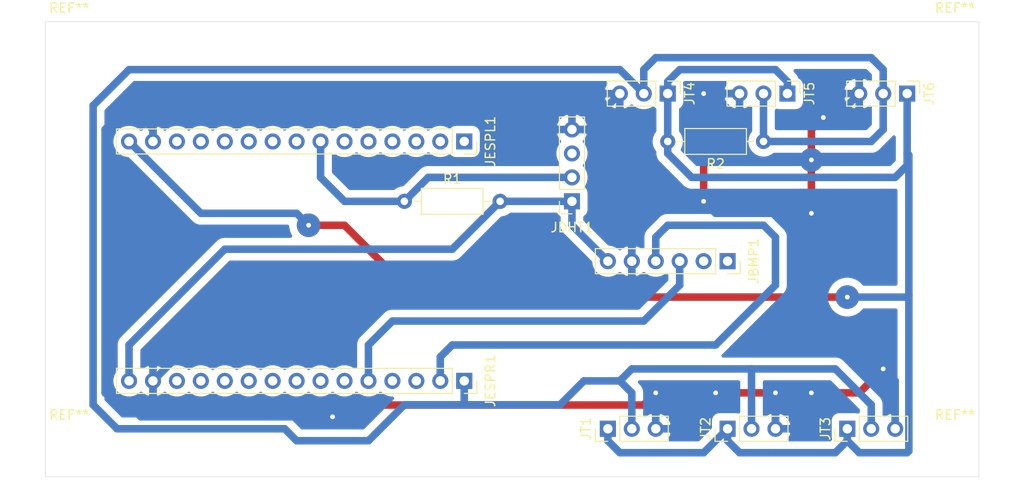
<source format=kicad_pcb>
(kicad_pcb (version 20171130) (host pcbnew 5.1.9)

  (general
    (thickness 1.6)
    (drawings 4)
    (tracks 153)
    (zones 0)
    (modules 16)
    (nets 8)
  )

  (page A4)
  (layers
    (0 F.Cu signal)
    (31 B.Cu signal)
    (32 B.Adhes user)
    (33 F.Adhes user)
    (34 B.Paste user)
    (35 F.Paste user)
    (36 B.SilkS user)
    (37 F.SilkS user)
    (38 B.Mask user)
    (39 F.Mask user)
    (40 Dwgs.User user)
    (41 Cmts.User user)
    (42 Eco1.User user)
    (43 Eco2.User user)
    (44 Edge.Cuts user)
    (45 Margin user)
    (46 B.CrtYd user)
    (47 F.CrtYd user)
    (48 B.Fab user)
    (49 F.Fab user)
  )

  (setup
    (last_trace_width 0.8)
    (user_trace_width 0.8)
    (trace_clearance 0.2)
    (zone_clearance 0.508)
    (zone_45_only no)
    (trace_min 0.2)
    (via_size 0.8)
    (via_drill 0.4)
    (via_min_size 0.4)
    (via_min_drill 0.3)
    (user_via 2.5 0.5)
    (uvia_size 0.3)
    (uvia_drill 0.1)
    (uvias_allowed no)
    (uvia_min_size 0.2)
    (uvia_min_drill 0.1)
    (edge_width 0.05)
    (segment_width 0.2)
    (pcb_text_width 0.3)
    (pcb_text_size 1.5 1.5)
    (mod_edge_width 0.12)
    (mod_text_size 1 1)
    (mod_text_width 0.15)
    (pad_size 1.524 1.524)
    (pad_drill 0.762)
    (pad_to_mask_clearance 0)
    (aux_axis_origin 0 0)
    (visible_elements FFFFFF7F)
    (pcbplotparams
      (layerselection 0x010fc_ffffffff)
      (usegerberextensions false)
      (usegerberattributes true)
      (usegerberadvancedattributes true)
      (creategerberjobfile true)
      (excludeedgelayer true)
      (linewidth 0.100000)
      (plotframeref false)
      (viasonmask false)
      (mode 1)
      (useauxorigin false)
      (hpglpennumber 1)
      (hpglpenspeed 20)
      (hpglpendiameter 15.000000)
      (psnegative false)
      (psa4output false)
      (plotreference true)
      (plotvalue true)
      (plotinvisibletext false)
      (padsonsilk false)
      (subtractmaskfromsilk false)
      (outputformat 1)
      (mirror false)
      (drillshape 1)
      (scaleselection 1)
      (outputdirectory ""))
  )

  (net 0 "")
  (net 1 /3.3V)
  (net 2 GND)
  (net 3 /SCL)
  (net 4 /SDA)
  (net 5 "Net-(JDHT1-Pad2)")
  (net 6 /5V)
  (net 7 "Net-(JESPR1-Pad1)")

  (net_class Default "This is the default net class."
    (clearance 0.2)
    (trace_width 0.25)
    (via_dia 0.8)
    (via_drill 0.4)
    (uvia_dia 0.3)
    (uvia_drill 0.1)
    (add_net /3.3V)
    (add_net /5V)
    (add_net /SCL)
    (add_net /SDA)
    (add_net GND)
    (add_net "Net-(JDHT1-Pad2)")
    (add_net "Net-(JESPR1-Pad1)")
  )

  (module MountingHole:MountingHole_3mm (layer F.Cu) (tedit 56D1B4CB) (tstamp 60939CB7)
    (at 123.19 92.71)
    (descr "Mounting Hole 3mm, no annular")
    (tags "mounting hole 3mm no annular")
    (attr virtual)
    (fp_text reference REF** (at 0 -4) (layer F.SilkS)
      (effects (font (size 1 1) (thickness 0.15)))
    )
    (fp_text value MountingHole_3mm (at 0 4) (layer F.Fab)
      (effects (font (size 1 1) (thickness 0.15)))
    )
    (fp_text user %R (at 0.3 0) (layer F.Fab)
      (effects (font (size 1 1) (thickness 0.15)))
    )
    (fp_circle (center 0 0) (end 3 0) (layer Cmts.User) (width 0.15))
    (fp_circle (center 0 0) (end 3.25 0) (layer F.CrtYd) (width 0.05))
    (pad 1 np_thru_hole circle (at 0 0) (size 3 3) (drill 3) (layers *.Cu *.Mask))
  )

  (module MountingHole:MountingHole_3mm (layer F.Cu) (tedit 56D1B4CB) (tstamp 60939CF9)
    (at 123.19 135.89)
    (descr "Mounting Hole 3mm, no annular")
    (tags "mounting hole 3mm no annular")
    (attr virtual)
    (fp_text reference REF** (at 0 -4) (layer F.SilkS)
      (effects (font (size 1 1) (thickness 0.15)))
    )
    (fp_text value MountingHole_3mm (at 0 4) (layer F.Fab)
      (effects (font (size 1 1) (thickness 0.15)))
    )
    (fp_text user %R (at 0.3 0) (layer F.Fab)
      (effects (font (size 1 1) (thickness 0.15)))
    )
    (fp_circle (center 0 0) (end 3 0) (layer Cmts.User) (width 0.15))
    (fp_circle (center 0 0) (end 3.25 0) (layer F.CrtYd) (width 0.05))
    (pad 1 np_thru_hole circle (at 0 0) (size 3 3) (drill 3) (layers *.Cu *.Mask))
  )

  (module MountingHole:MountingHole_3mm (layer F.Cu) (tedit 56D1B4CB) (tstamp 60939D1E)
    (at 29.21 135.89)
    (descr "Mounting Hole 3mm, no annular")
    (tags "mounting hole 3mm no annular")
    (attr virtual)
    (fp_text reference REF** (at 0 -4) (layer F.SilkS)
      (effects (font (size 1 1) (thickness 0.15)))
    )
    (fp_text value MountingHole_3mm (at 0 4) (layer F.Fab)
      (effects (font (size 1 1) (thickness 0.15)))
    )
    (fp_text user %R (at 0.3 0) (layer F.Fab)
      (effects (font (size 1 1) (thickness 0.15)))
    )
    (fp_circle (center 0 0) (end 3 0) (layer Cmts.User) (width 0.15))
    (fp_circle (center 0 0) (end 3.25 0) (layer F.CrtYd) (width 0.05))
    (pad 1 np_thru_hole circle (at 0 0) (size 3 3) (drill 3) (layers *.Cu *.Mask))
  )

  (module MountingHole:MountingHole_3mm (layer F.Cu) (tedit 56D1B4CB) (tstamp 60939D43)
    (at 29.21 92.71)
    (descr "Mounting Hole 3mm, no annular")
    (tags "mounting hole 3mm no annular")
    (attr virtual)
    (fp_text reference REF** (at 0 -4) (layer F.SilkS)
      (effects (font (size 1 1) (thickness 0.15)))
    )
    (fp_text value MountingHole_3mm (at 0 4) (layer F.Fab)
      (effects (font (size 1 1) (thickness 0.15)))
    )
    (fp_text user %R (at 0.3 0) (layer F.Fab)
      (effects (font (size 1 1) (thickness 0.15)))
    )
    (fp_circle (center 0 0) (end 3 0) (layer Cmts.User) (width 0.15))
    (fp_circle (center 0 0) (end 3.25 0) (layer F.CrtYd) (width 0.05))
    (pad 1 np_thru_hole circle (at 0 0) (size 3 3) (drill 3) (layers *.Cu *.Mask))
  )

  (module Connector_PinHeader_2.54mm:PinHeader_1x03_P2.54mm_Vertical (layer F.Cu) (tedit 59FED5CC) (tstamp 609398F7)
    (at 105.41 97.79 270)
    (descr "Through hole straight pin header, 1x03, 2.54mm pitch, single row")
    (tags "Through hole pin header THT 1x03 2.54mm single row")
    (path /60935A57)
    (fp_text reference JT5 (at 0 -2.33 90) (layer F.SilkS)
      (effects (font (size 1 1) (thickness 0.15)))
    )
    (fp_text value Conn_01x03 (at 0 7.41 90) (layer F.Fab)
      (effects (font (size 1 1) (thickness 0.15)))
    )
    (fp_line (start 1.8 -1.8) (end -1.8 -1.8) (layer F.CrtYd) (width 0.05))
    (fp_line (start 1.8 6.85) (end 1.8 -1.8) (layer F.CrtYd) (width 0.05))
    (fp_line (start -1.8 6.85) (end 1.8 6.85) (layer F.CrtYd) (width 0.05))
    (fp_line (start -1.8 -1.8) (end -1.8 6.85) (layer F.CrtYd) (width 0.05))
    (fp_line (start -1.33 -1.33) (end 0 -1.33) (layer F.SilkS) (width 0.12))
    (fp_line (start -1.33 0) (end -1.33 -1.33) (layer F.SilkS) (width 0.12))
    (fp_line (start -1.33 1.27) (end 1.33 1.27) (layer F.SilkS) (width 0.12))
    (fp_line (start 1.33 1.27) (end 1.33 6.41) (layer F.SilkS) (width 0.12))
    (fp_line (start -1.33 1.27) (end -1.33 6.41) (layer F.SilkS) (width 0.12))
    (fp_line (start -1.33 6.41) (end 1.33 6.41) (layer F.SilkS) (width 0.12))
    (fp_line (start -1.27 -0.635) (end -0.635 -1.27) (layer F.Fab) (width 0.1))
    (fp_line (start -1.27 6.35) (end -1.27 -0.635) (layer F.Fab) (width 0.1))
    (fp_line (start 1.27 6.35) (end -1.27 6.35) (layer F.Fab) (width 0.1))
    (fp_line (start 1.27 -1.27) (end 1.27 6.35) (layer F.Fab) (width 0.1))
    (fp_line (start -0.635 -1.27) (end 1.27 -1.27) (layer F.Fab) (width 0.1))
    (fp_text user %R (at 0 2.54) (layer F.Fab)
      (effects (font (size 1 1) (thickness 0.15)))
    )
    (pad 3 thru_hole oval (at 0 5.08 270) (size 1.7 1.7) (drill 1) (layers *.Cu *.Mask)
      (net 2 GND))
    (pad 2 thru_hole oval (at 0 2.54 270) (size 1.7 1.7) (drill 1) (layers *.Cu *.Mask)
      (net 7 "Net-(JESPR1-Pad1)"))
    (pad 1 thru_hole rect (at 0 0 270) (size 1.7 1.7) (drill 1) (layers *.Cu *.Mask)
      (net 6 /5V))
    (model ${KISYS3DMOD}/Connector_PinHeader_2.54mm.3dshapes/PinHeader_1x03_P2.54mm_Vertical.wrl
      (at (xyz 0 0 0))
      (scale (xyz 1 1 1))
      (rotate (xyz 0 0 0))
    )
  )

  (module Resistor_THT:R_Axial_DIN0207_L6.3mm_D2.5mm_P10.16mm_Horizontal (layer F.Cu) (tedit 5AE5139B) (tstamp 60939864)
    (at 102.87 102.87 180)
    (descr "Resistor, Axial_DIN0207 series, Axial, Horizontal, pin pitch=10.16mm, 0.25W = 1/4W, length*diameter=6.3*2.5mm^2, http://cdn-reichelt.de/documents/datenblatt/B400/1_4W%23YAG.pdf")
    (tags "Resistor Axial_DIN0207 series Axial Horizontal pin pitch 10.16mm 0.25W = 1/4W length 6.3mm diameter 2.5mm")
    (path /6094E7EA)
    (fp_text reference R2 (at 5.08 -2.37) (layer F.SilkS)
      (effects (font (size 1 1) (thickness 0.15)))
    )
    (fp_text value 10k (at 5.08 2.37) (layer F.Fab)
      (effects (font (size 1 1) (thickness 0.15)))
    )
    (fp_line (start 11.21 -1.5) (end -1.05 -1.5) (layer F.CrtYd) (width 0.05))
    (fp_line (start 11.21 1.5) (end 11.21 -1.5) (layer F.CrtYd) (width 0.05))
    (fp_line (start -1.05 1.5) (end 11.21 1.5) (layer F.CrtYd) (width 0.05))
    (fp_line (start -1.05 -1.5) (end -1.05 1.5) (layer F.CrtYd) (width 0.05))
    (fp_line (start 9.12 0) (end 8.35 0) (layer F.SilkS) (width 0.12))
    (fp_line (start 1.04 0) (end 1.81 0) (layer F.SilkS) (width 0.12))
    (fp_line (start 8.35 -1.37) (end 1.81 -1.37) (layer F.SilkS) (width 0.12))
    (fp_line (start 8.35 1.37) (end 8.35 -1.37) (layer F.SilkS) (width 0.12))
    (fp_line (start 1.81 1.37) (end 8.35 1.37) (layer F.SilkS) (width 0.12))
    (fp_line (start 1.81 -1.37) (end 1.81 1.37) (layer F.SilkS) (width 0.12))
    (fp_line (start 10.16 0) (end 8.23 0) (layer F.Fab) (width 0.1))
    (fp_line (start 0 0) (end 1.93 0) (layer F.Fab) (width 0.1))
    (fp_line (start 8.23 -1.25) (end 1.93 -1.25) (layer F.Fab) (width 0.1))
    (fp_line (start 8.23 1.25) (end 8.23 -1.25) (layer F.Fab) (width 0.1))
    (fp_line (start 1.93 1.25) (end 8.23 1.25) (layer F.Fab) (width 0.1))
    (fp_line (start 1.93 -1.25) (end 1.93 1.25) (layer F.Fab) (width 0.1))
    (fp_text user %R (at 5.08 0) (layer F.Fab)
      (effects (font (size 1 1) (thickness 0.15)))
    )
    (pad 2 thru_hole oval (at 10.16 0 180) (size 1.6 1.6) (drill 0.8) (layers *.Cu *.Mask)
      (net 6 /5V))
    (pad 1 thru_hole circle (at 0 0 180) (size 1.6 1.6) (drill 0.8) (layers *.Cu *.Mask)
      (net 7 "Net-(JESPR1-Pad1)"))
    (model ${KISYS3DMOD}/Resistor_THT.3dshapes/R_Axial_DIN0207_L6.3mm_D2.5mm_P10.16mm_Horizontal.wrl
      (at (xyz 0 0 0))
      (scale (xyz 1 1 1))
      (rotate (xyz 0 0 0))
    )
  )

  (module Resistor_THT:R_Axial_DIN0207_L6.3mm_D2.5mm_P10.16mm_Horizontal (layer F.Cu) (tedit 5AE5139B) (tstamp 609396AE)
    (at 64.77 109.22)
    (descr "Resistor, Axial_DIN0207 series, Axial, Horizontal, pin pitch=10.16mm, 0.25W = 1/4W, length*diameter=6.3*2.5mm^2, http://cdn-reichelt.de/documents/datenblatt/B400/1_4W%23YAG.pdf")
    (tags "Resistor Axial_DIN0207 series Axial Horizontal pin pitch 10.16mm 0.25W = 1/4W length 6.3mm diameter 2.5mm")
    (path /60946B1C)
    (fp_text reference R1 (at 5.08 -2.37) (layer F.SilkS)
      (effects (font (size 1 1) (thickness 0.15)))
    )
    (fp_text value 10k (at 5.08 2.37) (layer F.Fab)
      (effects (font (size 1 1) (thickness 0.15)))
    )
    (fp_line (start 11.21 -1.5) (end -1.05 -1.5) (layer F.CrtYd) (width 0.05))
    (fp_line (start 11.21 1.5) (end 11.21 -1.5) (layer F.CrtYd) (width 0.05))
    (fp_line (start -1.05 1.5) (end 11.21 1.5) (layer F.CrtYd) (width 0.05))
    (fp_line (start -1.05 -1.5) (end -1.05 1.5) (layer F.CrtYd) (width 0.05))
    (fp_line (start 9.12 0) (end 8.35 0) (layer F.SilkS) (width 0.12))
    (fp_line (start 1.04 0) (end 1.81 0) (layer F.SilkS) (width 0.12))
    (fp_line (start 8.35 -1.37) (end 1.81 -1.37) (layer F.SilkS) (width 0.12))
    (fp_line (start 8.35 1.37) (end 8.35 -1.37) (layer F.SilkS) (width 0.12))
    (fp_line (start 1.81 1.37) (end 8.35 1.37) (layer F.SilkS) (width 0.12))
    (fp_line (start 1.81 -1.37) (end 1.81 1.37) (layer F.SilkS) (width 0.12))
    (fp_line (start 10.16 0) (end 8.23 0) (layer F.Fab) (width 0.1))
    (fp_line (start 0 0) (end 1.93 0) (layer F.Fab) (width 0.1))
    (fp_line (start 8.23 -1.25) (end 1.93 -1.25) (layer F.Fab) (width 0.1))
    (fp_line (start 8.23 1.25) (end 8.23 -1.25) (layer F.Fab) (width 0.1))
    (fp_line (start 1.93 1.25) (end 8.23 1.25) (layer F.Fab) (width 0.1))
    (fp_line (start 1.93 -1.25) (end 1.93 1.25) (layer F.Fab) (width 0.1))
    (fp_text user %R (at 5.08 0) (layer F.Fab)
      (effects (font (size 1 1) (thickness 0.15)))
    )
    (pad 2 thru_hole oval (at 10.16 0) (size 1.6 1.6) (drill 0.8) (layers *.Cu *.Mask)
      (net 1 /3.3V))
    (pad 1 thru_hole circle (at 0 0) (size 1.6 1.6) (drill 0.8) (layers *.Cu *.Mask)
      (net 5 "Net-(JDHT1-Pad2)"))
    (model ${KISYS3DMOD}/Resistor_THT.3dshapes/R_Axial_DIN0207_L6.3mm_D2.5mm_P10.16mm_Horizontal.wrl
      (at (xyz 0 0 0))
      (scale (xyz 1 1 1))
      (rotate (xyz 0 0 0))
    )
  )

  (module Connector_PinHeader_2.54mm:PinHeader_1x03_P2.54mm_Vertical (layer F.Cu) (tedit 59FED5CC) (tstamp 60939780)
    (at 118.11 97.79 270)
    (descr "Through hole straight pin header, 1x03, 2.54mm pitch, single row")
    (tags "Through hole pin header THT 1x03 2.54mm single row")
    (path /60935F97)
    (fp_text reference JT6 (at 0 -2.33 90) (layer F.SilkS)
      (effects (font (size 1 1) (thickness 0.15)))
    )
    (fp_text value Conn_01x03 (at 0 7.41 90) (layer F.Fab)
      (effects (font (size 1 1) (thickness 0.15)))
    )
    (fp_line (start 1.8 -1.8) (end -1.8 -1.8) (layer F.CrtYd) (width 0.05))
    (fp_line (start 1.8 6.85) (end 1.8 -1.8) (layer F.CrtYd) (width 0.05))
    (fp_line (start -1.8 6.85) (end 1.8 6.85) (layer F.CrtYd) (width 0.05))
    (fp_line (start -1.8 -1.8) (end -1.8 6.85) (layer F.CrtYd) (width 0.05))
    (fp_line (start -1.33 -1.33) (end 0 -1.33) (layer F.SilkS) (width 0.12))
    (fp_line (start -1.33 0) (end -1.33 -1.33) (layer F.SilkS) (width 0.12))
    (fp_line (start -1.33 1.27) (end 1.33 1.27) (layer F.SilkS) (width 0.12))
    (fp_line (start 1.33 1.27) (end 1.33 6.41) (layer F.SilkS) (width 0.12))
    (fp_line (start -1.33 1.27) (end -1.33 6.41) (layer F.SilkS) (width 0.12))
    (fp_line (start -1.33 6.41) (end 1.33 6.41) (layer F.SilkS) (width 0.12))
    (fp_line (start -1.27 -0.635) (end -0.635 -1.27) (layer F.Fab) (width 0.1))
    (fp_line (start -1.27 6.35) (end -1.27 -0.635) (layer F.Fab) (width 0.1))
    (fp_line (start 1.27 6.35) (end -1.27 6.35) (layer F.Fab) (width 0.1))
    (fp_line (start 1.27 -1.27) (end 1.27 6.35) (layer F.Fab) (width 0.1))
    (fp_line (start -0.635 -1.27) (end 1.27 -1.27) (layer F.Fab) (width 0.1))
    (fp_text user %R (at 0 2.54) (layer F.Fab)
      (effects (font (size 1 1) (thickness 0.15)))
    )
    (pad 3 thru_hole oval (at 0 5.08 270) (size 1.7 1.7) (drill 1) (layers *.Cu *.Mask)
      (net 2 GND))
    (pad 2 thru_hole oval (at 0 2.54 270) (size 1.7 1.7) (drill 1) (layers *.Cu *.Mask)
      (net 7 "Net-(JESPR1-Pad1)"))
    (pad 1 thru_hole rect (at 0 0 270) (size 1.7 1.7) (drill 1) (layers *.Cu *.Mask)
      (net 6 /5V))
    (model ${KISYS3DMOD}/Connector_PinHeader_2.54mm.3dshapes/PinHeader_1x03_P2.54mm_Vertical.wrl
      (at (xyz 0 0 0))
      (scale (xyz 1 1 1))
      (rotate (xyz 0 0 0))
    )
  )

  (module Connector_PinHeader_2.54mm:PinHeader_1x03_P2.54mm_Vertical (layer F.Cu) (tedit 59FED5CC) (tstamp 6093973E)
    (at 92.71 97.79 270)
    (descr "Through hole straight pin header, 1x03, 2.54mm pitch, single row")
    (tags "Through hole pin header THT 1x03 2.54mm single row")
    (path /609354D5)
    (fp_text reference JT4 (at 0 -2.33 90) (layer F.SilkS)
      (effects (font (size 1 1) (thickness 0.15)))
    )
    (fp_text value Conn_01x03 (at 0 7.41 90) (layer F.Fab)
      (effects (font (size 1 1) (thickness 0.15)))
    )
    (fp_line (start 1.8 -1.8) (end -1.8 -1.8) (layer F.CrtYd) (width 0.05))
    (fp_line (start 1.8 6.85) (end 1.8 -1.8) (layer F.CrtYd) (width 0.05))
    (fp_line (start -1.8 6.85) (end 1.8 6.85) (layer F.CrtYd) (width 0.05))
    (fp_line (start -1.8 -1.8) (end -1.8 6.85) (layer F.CrtYd) (width 0.05))
    (fp_line (start -1.33 -1.33) (end 0 -1.33) (layer F.SilkS) (width 0.12))
    (fp_line (start -1.33 0) (end -1.33 -1.33) (layer F.SilkS) (width 0.12))
    (fp_line (start -1.33 1.27) (end 1.33 1.27) (layer F.SilkS) (width 0.12))
    (fp_line (start 1.33 1.27) (end 1.33 6.41) (layer F.SilkS) (width 0.12))
    (fp_line (start -1.33 1.27) (end -1.33 6.41) (layer F.SilkS) (width 0.12))
    (fp_line (start -1.33 6.41) (end 1.33 6.41) (layer F.SilkS) (width 0.12))
    (fp_line (start -1.27 -0.635) (end -0.635 -1.27) (layer F.Fab) (width 0.1))
    (fp_line (start -1.27 6.35) (end -1.27 -0.635) (layer F.Fab) (width 0.1))
    (fp_line (start 1.27 6.35) (end -1.27 6.35) (layer F.Fab) (width 0.1))
    (fp_line (start 1.27 -1.27) (end 1.27 6.35) (layer F.Fab) (width 0.1))
    (fp_line (start -0.635 -1.27) (end 1.27 -1.27) (layer F.Fab) (width 0.1))
    (fp_text user %R (at 0 2.54) (layer F.Fab)
      (effects (font (size 1 1) (thickness 0.15)))
    )
    (pad 3 thru_hole oval (at 0 5.08 270) (size 1.7 1.7) (drill 1) (layers *.Cu *.Mask)
      (net 2 GND))
    (pad 2 thru_hole oval (at 0 2.54 270) (size 1.7 1.7) (drill 1) (layers *.Cu *.Mask)
      (net 7 "Net-(JESPR1-Pad1)"))
    (pad 1 thru_hole rect (at 0 0 270) (size 1.7 1.7) (drill 1) (layers *.Cu *.Mask)
      (net 6 /5V))
    (model ${KISYS3DMOD}/Connector_PinHeader_2.54mm.3dshapes/PinHeader_1x03_P2.54mm_Vertical.wrl
      (at (xyz 0 0 0))
      (scale (xyz 1 1 1))
      (rotate (xyz 0 0 0))
    )
  )

  (module Connector_PinHeader_2.54mm:PinHeader_1x03_P2.54mm_Vertical (layer F.Cu) (tedit 59FED5CC) (tstamp 609398AC)
    (at 111.76 133.35 90)
    (descr "Through hole straight pin header, 1x03, 2.54mm pitch, single row")
    (tags "Through hole pin header THT 1x03 2.54mm single row")
    (path /609350E6)
    (fp_text reference JT3 (at 0 -2.33 90) (layer F.SilkS)
      (effects (font (size 1 1) (thickness 0.15)))
    )
    (fp_text value Conn_01x03 (at 0 7.41 90) (layer F.Fab)
      (effects (font (size 1 1) (thickness 0.15)))
    )
    (fp_line (start 1.8 -1.8) (end -1.8 -1.8) (layer F.CrtYd) (width 0.05))
    (fp_line (start 1.8 6.85) (end 1.8 -1.8) (layer F.CrtYd) (width 0.05))
    (fp_line (start -1.8 6.85) (end 1.8 6.85) (layer F.CrtYd) (width 0.05))
    (fp_line (start -1.8 -1.8) (end -1.8 6.85) (layer F.CrtYd) (width 0.05))
    (fp_line (start -1.33 -1.33) (end 0 -1.33) (layer F.SilkS) (width 0.12))
    (fp_line (start -1.33 0) (end -1.33 -1.33) (layer F.SilkS) (width 0.12))
    (fp_line (start -1.33 1.27) (end 1.33 1.27) (layer F.SilkS) (width 0.12))
    (fp_line (start 1.33 1.27) (end 1.33 6.41) (layer F.SilkS) (width 0.12))
    (fp_line (start -1.33 1.27) (end -1.33 6.41) (layer F.SilkS) (width 0.12))
    (fp_line (start -1.33 6.41) (end 1.33 6.41) (layer F.SilkS) (width 0.12))
    (fp_line (start -1.27 -0.635) (end -0.635 -1.27) (layer F.Fab) (width 0.1))
    (fp_line (start -1.27 6.35) (end -1.27 -0.635) (layer F.Fab) (width 0.1))
    (fp_line (start 1.27 6.35) (end -1.27 6.35) (layer F.Fab) (width 0.1))
    (fp_line (start 1.27 -1.27) (end 1.27 6.35) (layer F.Fab) (width 0.1))
    (fp_line (start -0.635 -1.27) (end 1.27 -1.27) (layer F.Fab) (width 0.1))
    (fp_text user %R (at 0 2.54) (layer F.Fab)
      (effects (font (size 1 1) (thickness 0.15)))
    )
    (pad 3 thru_hole oval (at 0 5.08 90) (size 1.7 1.7) (drill 1) (layers *.Cu *.Mask)
      (net 2 GND))
    (pad 2 thru_hole oval (at 0 2.54 90) (size 1.7 1.7) (drill 1) (layers *.Cu *.Mask)
      (net 7 "Net-(JESPR1-Pad1)"))
    (pad 1 thru_hole rect (at 0 0 90) (size 1.7 1.7) (drill 1) (layers *.Cu *.Mask)
      (net 6 /5V))
    (model ${KISYS3DMOD}/Connector_PinHeader_2.54mm.3dshapes/PinHeader_1x03_P2.54mm_Vertical.wrl
      (at (xyz 0 0 0))
      (scale (xyz 1 1 1))
      (rotate (xyz 0 0 0))
    )
  )

  (module Connector_PinHeader_2.54mm:PinHeader_1x03_P2.54mm_Vertical (layer F.Cu) (tedit 59FED5CC) (tstamp 609396F6)
    (at 99.06 133.35 90)
    (descr "Through hole straight pin header, 1x03, 2.54mm pitch, single row")
    (tags "Through hole pin header THT 1x03 2.54mm single row")
    (path /60934D71)
    (fp_text reference JT2 (at 0 -2.33 90) (layer F.SilkS)
      (effects (font (size 1 1) (thickness 0.15)))
    )
    (fp_text value Conn_01x03 (at 0 7.41 90) (layer F.Fab)
      (effects (font (size 1 1) (thickness 0.15)))
    )
    (fp_line (start 1.8 -1.8) (end -1.8 -1.8) (layer F.CrtYd) (width 0.05))
    (fp_line (start 1.8 6.85) (end 1.8 -1.8) (layer F.CrtYd) (width 0.05))
    (fp_line (start -1.8 6.85) (end 1.8 6.85) (layer F.CrtYd) (width 0.05))
    (fp_line (start -1.8 -1.8) (end -1.8 6.85) (layer F.CrtYd) (width 0.05))
    (fp_line (start -1.33 -1.33) (end 0 -1.33) (layer F.SilkS) (width 0.12))
    (fp_line (start -1.33 0) (end -1.33 -1.33) (layer F.SilkS) (width 0.12))
    (fp_line (start -1.33 1.27) (end 1.33 1.27) (layer F.SilkS) (width 0.12))
    (fp_line (start 1.33 1.27) (end 1.33 6.41) (layer F.SilkS) (width 0.12))
    (fp_line (start -1.33 1.27) (end -1.33 6.41) (layer F.SilkS) (width 0.12))
    (fp_line (start -1.33 6.41) (end 1.33 6.41) (layer F.SilkS) (width 0.12))
    (fp_line (start -1.27 -0.635) (end -0.635 -1.27) (layer F.Fab) (width 0.1))
    (fp_line (start -1.27 6.35) (end -1.27 -0.635) (layer F.Fab) (width 0.1))
    (fp_line (start 1.27 6.35) (end -1.27 6.35) (layer F.Fab) (width 0.1))
    (fp_line (start 1.27 -1.27) (end 1.27 6.35) (layer F.Fab) (width 0.1))
    (fp_line (start -0.635 -1.27) (end 1.27 -1.27) (layer F.Fab) (width 0.1))
    (fp_text user %R (at 0 2.54) (layer F.Fab)
      (effects (font (size 1 1) (thickness 0.15)))
    )
    (pad 3 thru_hole oval (at 0 5.08 90) (size 1.7 1.7) (drill 1) (layers *.Cu *.Mask)
      (net 2 GND))
    (pad 2 thru_hole oval (at 0 2.54 90) (size 1.7 1.7) (drill 1) (layers *.Cu *.Mask)
      (net 7 "Net-(JESPR1-Pad1)"))
    (pad 1 thru_hole rect (at 0 0 90) (size 1.7 1.7) (drill 1) (layers *.Cu *.Mask)
      (net 6 /5V))
    (model ${KISYS3DMOD}/Connector_PinHeader_2.54mm.3dshapes/PinHeader_1x03_P2.54mm_Vertical.wrl
      (at (xyz 0 0 0))
      (scale (xyz 1 1 1))
      (rotate (xyz 0 0 0))
    )
  )

  (module Connector_PinHeader_2.54mm:PinHeader_1x03_P2.54mm_Vertical (layer F.Cu) (tedit 59FED5CC) (tstamp 609397C8)
    (at 86.36 133.35 90)
    (descr "Through hole straight pin header, 1x03, 2.54mm pitch, single row")
    (tags "Through hole pin header THT 1x03 2.54mm single row")
    (path /60934618)
    (fp_text reference JT1 (at 0 -2.33 90) (layer F.SilkS)
      (effects (font (size 1 1) (thickness 0.15)))
    )
    (fp_text value Conn_01x03 (at 0 7.41 90) (layer F.Fab)
      (effects (font (size 1 1) (thickness 0.15)))
    )
    (fp_line (start 1.8 -1.8) (end -1.8 -1.8) (layer F.CrtYd) (width 0.05))
    (fp_line (start 1.8 6.85) (end 1.8 -1.8) (layer F.CrtYd) (width 0.05))
    (fp_line (start -1.8 6.85) (end 1.8 6.85) (layer F.CrtYd) (width 0.05))
    (fp_line (start -1.8 -1.8) (end -1.8 6.85) (layer F.CrtYd) (width 0.05))
    (fp_line (start -1.33 -1.33) (end 0 -1.33) (layer F.SilkS) (width 0.12))
    (fp_line (start -1.33 0) (end -1.33 -1.33) (layer F.SilkS) (width 0.12))
    (fp_line (start -1.33 1.27) (end 1.33 1.27) (layer F.SilkS) (width 0.12))
    (fp_line (start 1.33 1.27) (end 1.33 6.41) (layer F.SilkS) (width 0.12))
    (fp_line (start -1.33 1.27) (end -1.33 6.41) (layer F.SilkS) (width 0.12))
    (fp_line (start -1.33 6.41) (end 1.33 6.41) (layer F.SilkS) (width 0.12))
    (fp_line (start -1.27 -0.635) (end -0.635 -1.27) (layer F.Fab) (width 0.1))
    (fp_line (start -1.27 6.35) (end -1.27 -0.635) (layer F.Fab) (width 0.1))
    (fp_line (start 1.27 6.35) (end -1.27 6.35) (layer F.Fab) (width 0.1))
    (fp_line (start 1.27 -1.27) (end 1.27 6.35) (layer F.Fab) (width 0.1))
    (fp_line (start -0.635 -1.27) (end 1.27 -1.27) (layer F.Fab) (width 0.1))
    (fp_text user %R (at 0 2.54) (layer F.Fab)
      (effects (font (size 1 1) (thickness 0.15)))
    )
    (pad 3 thru_hole oval (at 0 5.08 90) (size 1.7 1.7) (drill 1) (layers *.Cu *.Mask)
      (net 2 GND))
    (pad 2 thru_hole oval (at 0 2.54 90) (size 1.7 1.7) (drill 1) (layers *.Cu *.Mask)
      (net 7 "Net-(JESPR1-Pad1)"))
    (pad 1 thru_hole rect (at 0 0 90) (size 1.7 1.7) (drill 1) (layers *.Cu *.Mask)
      (net 6 /5V))
    (model ${KISYS3DMOD}/Connector_PinHeader_2.54mm.3dshapes/PinHeader_1x03_P2.54mm_Vertical.wrl
      (at (xyz 0 0 0))
      (scale (xyz 1 1 1))
      (rotate (xyz 0 0 0))
    )
  )

  (module Connector_PinSocket_2.54mm:PinSocket_1x15_P2.54mm_Vertical (layer F.Cu) (tedit 5A19A41D) (tstamp 60939576)
    (at 71.12 128.27 270)
    (descr "Through hole straight socket strip, 1x15, 2.54mm pitch, single row (from Kicad 4.0.7), script generated")
    (tags "Through hole socket strip THT 1x15 2.54mm single row")
    (path /60931704)
    (fp_text reference JESPR1 (at 0 -2.77 90) (layer F.SilkS)
      (effects (font (size 1 1) (thickness 0.15)))
    )
    (fp_text value Conn_01x15 (at 0 38.33 90) (layer F.Fab)
      (effects (font (size 1 1) (thickness 0.15)))
    )
    (fp_line (start -1.8 37.3) (end -1.8 -1.8) (layer F.CrtYd) (width 0.05))
    (fp_line (start 1.75 37.3) (end -1.8 37.3) (layer F.CrtYd) (width 0.05))
    (fp_line (start 1.75 -1.8) (end 1.75 37.3) (layer F.CrtYd) (width 0.05))
    (fp_line (start -1.8 -1.8) (end 1.75 -1.8) (layer F.CrtYd) (width 0.05))
    (fp_line (start 0 -1.33) (end 1.33 -1.33) (layer F.SilkS) (width 0.12))
    (fp_line (start 1.33 -1.33) (end 1.33 0) (layer F.SilkS) (width 0.12))
    (fp_line (start 1.33 1.27) (end 1.33 36.89) (layer F.SilkS) (width 0.12))
    (fp_line (start -1.33 36.89) (end 1.33 36.89) (layer F.SilkS) (width 0.12))
    (fp_line (start -1.33 1.27) (end -1.33 36.89) (layer F.SilkS) (width 0.12))
    (fp_line (start -1.33 1.27) (end 1.33 1.27) (layer F.SilkS) (width 0.12))
    (fp_line (start -1.27 36.83) (end -1.27 -1.27) (layer F.Fab) (width 0.1))
    (fp_line (start 1.27 36.83) (end -1.27 36.83) (layer F.Fab) (width 0.1))
    (fp_line (start 1.27 -0.635) (end 1.27 36.83) (layer F.Fab) (width 0.1))
    (fp_line (start 0.635 -1.27) (end 1.27 -0.635) (layer F.Fab) (width 0.1))
    (fp_line (start -1.27 -1.27) (end 0.635 -1.27) (layer F.Fab) (width 0.1))
    (fp_text user %R (at 0 17.78) (layer F.Fab)
      (effects (font (size 1 1) (thickness 0.15)))
    )
    (pad 15 thru_hole oval (at 0 35.56 270) (size 1.7 1.7) (drill 1) (layers *.Cu *.Mask)
      (net 1 /3.3V))
    (pad 14 thru_hole oval (at 0 33.02 270) (size 1.7 1.7) (drill 1) (layers *.Cu *.Mask)
      (net 2 GND))
    (pad 13 thru_hole oval (at 0 30.48 270) (size 1.7 1.7) (drill 1) (layers *.Cu *.Mask))
    (pad 12 thru_hole oval (at 0 27.94 270) (size 1.7 1.7) (drill 1) (layers *.Cu *.Mask))
    (pad 11 thru_hole oval (at 0 25.4 270) (size 1.7 1.7) (drill 1) (layers *.Cu *.Mask))
    (pad 10 thru_hole oval (at 0 22.86 270) (size 1.7 1.7) (drill 1) (layers *.Cu *.Mask))
    (pad 9 thru_hole oval (at 0 20.32 270) (size 1.7 1.7) (drill 1) (layers *.Cu *.Mask))
    (pad 8 thru_hole oval (at 0 17.78 270) (size 1.7 1.7) (drill 1) (layers *.Cu *.Mask))
    (pad 7 thru_hole oval (at 0 15.24 270) (size 1.7 1.7) (drill 1) (layers *.Cu *.Mask))
    (pad 6 thru_hole oval (at 0 12.7 270) (size 1.7 1.7) (drill 1) (layers *.Cu *.Mask))
    (pad 5 thru_hole oval (at 0 10.16 270) (size 1.7 1.7) (drill 1) (layers *.Cu *.Mask)
      (net 4 /SDA))
    (pad 4 thru_hole oval (at 0 7.62 270) (size 1.7 1.7) (drill 1) (layers *.Cu *.Mask))
    (pad 3 thru_hole oval (at 0 5.08 270) (size 1.7 1.7) (drill 1) (layers *.Cu *.Mask))
    (pad 2 thru_hole oval (at 0 2.54 270) (size 1.7 1.7) (drill 1) (layers *.Cu *.Mask)
      (net 3 /SCL))
    (pad 1 thru_hole rect (at 0 0 270) (size 1.7 1.7) (drill 1) (layers *.Cu *.Mask)
      (net 7 "Net-(JESPR1-Pad1)"))
    (model ${KISYS3DMOD}/Connector_PinSocket_2.54mm.3dshapes/PinSocket_1x15_P2.54mm_Vertical.wrl
      (at (xyz 0 0 0))
      (scale (xyz 1 1 1))
      (rotate (xyz 0 0 0))
    )
  )

  (module Connector_PinSocket_2.54mm:PinSocket_1x15_P2.54mm_Vertical (layer F.Cu) (tedit 5A19A41D) (tstamp 609395E5)
    (at 71.12 102.87 270)
    (descr "Through hole straight socket strip, 1x15, 2.54mm pitch, single row (from Kicad 4.0.7), script generated")
    (tags "Through hole socket strip THT 1x15 2.54mm single row")
    (path /6093109A)
    (fp_text reference JESPL1 (at 0 -2.77 90) (layer F.SilkS)
      (effects (font (size 1 1) (thickness 0.15)))
    )
    (fp_text value Conn_01x15 (at 0 38.33 90) (layer F.Fab)
      (effects (font (size 1 1) (thickness 0.15)))
    )
    (fp_line (start -1.8 37.3) (end -1.8 -1.8) (layer F.CrtYd) (width 0.05))
    (fp_line (start 1.75 37.3) (end -1.8 37.3) (layer F.CrtYd) (width 0.05))
    (fp_line (start 1.75 -1.8) (end 1.75 37.3) (layer F.CrtYd) (width 0.05))
    (fp_line (start -1.8 -1.8) (end 1.75 -1.8) (layer F.CrtYd) (width 0.05))
    (fp_line (start 0 -1.33) (end 1.33 -1.33) (layer F.SilkS) (width 0.12))
    (fp_line (start 1.33 -1.33) (end 1.33 0) (layer F.SilkS) (width 0.12))
    (fp_line (start 1.33 1.27) (end 1.33 36.89) (layer F.SilkS) (width 0.12))
    (fp_line (start -1.33 36.89) (end 1.33 36.89) (layer F.SilkS) (width 0.12))
    (fp_line (start -1.33 1.27) (end -1.33 36.89) (layer F.SilkS) (width 0.12))
    (fp_line (start -1.33 1.27) (end 1.33 1.27) (layer F.SilkS) (width 0.12))
    (fp_line (start -1.27 36.83) (end -1.27 -1.27) (layer F.Fab) (width 0.1))
    (fp_line (start 1.27 36.83) (end -1.27 36.83) (layer F.Fab) (width 0.1))
    (fp_line (start 1.27 -0.635) (end 1.27 36.83) (layer F.Fab) (width 0.1))
    (fp_line (start 0.635 -1.27) (end 1.27 -0.635) (layer F.Fab) (width 0.1))
    (fp_line (start -1.27 -1.27) (end 0.635 -1.27) (layer F.Fab) (width 0.1))
    (fp_text user %R (at 0 17.78) (layer F.Fab)
      (effects (font (size 1 1) (thickness 0.15)))
    )
    (pad 15 thru_hole oval (at 0 35.56 270) (size 1.7 1.7) (drill 1) (layers *.Cu *.Mask)
      (net 6 /5V))
    (pad 14 thru_hole oval (at 0 33.02 270) (size 1.7 1.7) (drill 1) (layers *.Cu *.Mask)
      (net 2 GND))
    (pad 13 thru_hole oval (at 0 30.48 270) (size 1.7 1.7) (drill 1) (layers *.Cu *.Mask))
    (pad 12 thru_hole oval (at 0 27.94 270) (size 1.7 1.7) (drill 1) (layers *.Cu *.Mask))
    (pad 11 thru_hole oval (at 0 25.4 270) (size 1.7 1.7) (drill 1) (layers *.Cu *.Mask))
    (pad 10 thru_hole oval (at 0 22.86 270) (size 1.7 1.7) (drill 1) (layers *.Cu *.Mask))
    (pad 9 thru_hole oval (at 0 20.32 270) (size 1.7 1.7) (drill 1) (layers *.Cu *.Mask))
    (pad 8 thru_hole oval (at 0 17.78 270) (size 1.7 1.7) (drill 1) (layers *.Cu *.Mask))
    (pad 7 thru_hole oval (at 0 15.24 270) (size 1.7 1.7) (drill 1) (layers *.Cu *.Mask)
      (net 5 "Net-(JDHT1-Pad2)"))
    (pad 6 thru_hole oval (at 0 12.7 270) (size 1.7 1.7) (drill 1) (layers *.Cu *.Mask))
    (pad 5 thru_hole oval (at 0 10.16 270) (size 1.7 1.7) (drill 1) (layers *.Cu *.Mask))
    (pad 4 thru_hole oval (at 0 7.62 270) (size 1.7 1.7) (drill 1) (layers *.Cu *.Mask))
    (pad 3 thru_hole oval (at 0 5.08 270) (size 1.7 1.7) (drill 1) (layers *.Cu *.Mask))
    (pad 2 thru_hole oval (at 0 2.54 270) (size 1.7 1.7) (drill 1) (layers *.Cu *.Mask))
    (pad 1 thru_hole rect (at 0 0 270) (size 1.7 1.7) (drill 1) (layers *.Cu *.Mask))
    (model ${KISYS3DMOD}/Connector_PinSocket_2.54mm.3dshapes/PinSocket_1x15_P2.54mm_Vertical.wrl
      (at (xyz 0 0 0))
      (scale (xyz 1 1 1))
      (rotate (xyz 0 0 0))
    )
  )

  (module Connector_PinSocket_2.54mm:PinSocket_1x04_P2.54mm_Vertical (layer F.Cu) (tedit 5A19A429) (tstamp 6093980E)
    (at 82.55 109.22 180)
    (descr "Through hole straight socket strip, 1x04, 2.54mm pitch, single row (from Kicad 4.0.7), script generated")
    (tags "Through hole socket strip THT 1x04 2.54mm single row")
    (path /609330D2)
    (fp_text reference JDHT1 (at 0 -2.77) (layer F.SilkS)
      (effects (font (size 1 1) (thickness 0.15)))
    )
    (fp_text value Conn_01x04 (at 0 10.39) (layer F.Fab)
      (effects (font (size 1 1) (thickness 0.15)))
    )
    (fp_line (start -1.8 9.4) (end -1.8 -1.8) (layer F.CrtYd) (width 0.05))
    (fp_line (start 1.75 9.4) (end -1.8 9.4) (layer F.CrtYd) (width 0.05))
    (fp_line (start 1.75 -1.8) (end 1.75 9.4) (layer F.CrtYd) (width 0.05))
    (fp_line (start -1.8 -1.8) (end 1.75 -1.8) (layer F.CrtYd) (width 0.05))
    (fp_line (start 0 -1.33) (end 1.33 -1.33) (layer F.SilkS) (width 0.12))
    (fp_line (start 1.33 -1.33) (end 1.33 0) (layer F.SilkS) (width 0.12))
    (fp_line (start 1.33 1.27) (end 1.33 8.95) (layer F.SilkS) (width 0.12))
    (fp_line (start -1.33 8.95) (end 1.33 8.95) (layer F.SilkS) (width 0.12))
    (fp_line (start -1.33 1.27) (end -1.33 8.95) (layer F.SilkS) (width 0.12))
    (fp_line (start -1.33 1.27) (end 1.33 1.27) (layer F.SilkS) (width 0.12))
    (fp_line (start -1.27 8.89) (end -1.27 -1.27) (layer F.Fab) (width 0.1))
    (fp_line (start 1.27 8.89) (end -1.27 8.89) (layer F.Fab) (width 0.1))
    (fp_line (start 1.27 -0.635) (end 1.27 8.89) (layer F.Fab) (width 0.1))
    (fp_line (start 0.635 -1.27) (end 1.27 -0.635) (layer F.Fab) (width 0.1))
    (fp_line (start -1.27 -1.27) (end 0.635 -1.27) (layer F.Fab) (width 0.1))
    (fp_text user %R (at 0 3.81 90) (layer F.Fab)
      (effects (font (size 1 1) (thickness 0.15)))
    )
    (pad 4 thru_hole oval (at 0 7.62 180) (size 1.7 1.7) (drill 1) (layers *.Cu *.Mask)
      (net 2 GND))
    (pad 3 thru_hole oval (at 0 5.08 180) (size 1.7 1.7) (drill 1) (layers *.Cu *.Mask))
    (pad 2 thru_hole oval (at 0 2.54 180) (size 1.7 1.7) (drill 1) (layers *.Cu *.Mask)
      (net 5 "Net-(JDHT1-Pad2)"))
    (pad 1 thru_hole rect (at 0 0 180) (size 1.7 1.7) (drill 1) (layers *.Cu *.Mask)
      (net 1 /3.3V))
    (model ${KISYS3DMOD}/Connector_PinSocket_2.54mm.3dshapes/PinSocket_1x04_P2.54mm_Vertical.wrl
      (at (xyz 0 0 0))
      (scale (xyz 1 1 1))
      (rotate (xyz 0 0 0))
    )
  )

  (module Connector_PinSocket_2.54mm:PinSocket_1x06_P2.54mm_Vertical (layer F.Cu) (tedit 5A19A430) (tstamp 60939666)
    (at 99.06 115.57 270)
    (descr "Through hole straight socket strip, 1x06, 2.54mm pitch, single row (from Kicad 4.0.7), script generated")
    (tags "Through hole socket strip THT 1x06 2.54mm single row")
    (path /609338F1)
    (fp_text reference JBMP1 (at 0 -2.77 90) (layer F.SilkS)
      (effects (font (size 1 1) (thickness 0.15)))
    )
    (fp_text value Conn_01x06 (at 0 15.47 90) (layer F.Fab)
      (effects (font (size 1 1) (thickness 0.15)))
    )
    (fp_line (start -1.8 14.45) (end -1.8 -1.8) (layer F.CrtYd) (width 0.05))
    (fp_line (start 1.75 14.45) (end -1.8 14.45) (layer F.CrtYd) (width 0.05))
    (fp_line (start 1.75 -1.8) (end 1.75 14.45) (layer F.CrtYd) (width 0.05))
    (fp_line (start -1.8 -1.8) (end 1.75 -1.8) (layer F.CrtYd) (width 0.05))
    (fp_line (start 0 -1.33) (end 1.33 -1.33) (layer F.SilkS) (width 0.12))
    (fp_line (start 1.33 -1.33) (end 1.33 0) (layer F.SilkS) (width 0.12))
    (fp_line (start 1.33 1.27) (end 1.33 14.03) (layer F.SilkS) (width 0.12))
    (fp_line (start -1.33 14.03) (end 1.33 14.03) (layer F.SilkS) (width 0.12))
    (fp_line (start -1.33 1.27) (end -1.33 14.03) (layer F.SilkS) (width 0.12))
    (fp_line (start -1.33 1.27) (end 1.33 1.27) (layer F.SilkS) (width 0.12))
    (fp_line (start -1.27 13.97) (end -1.27 -1.27) (layer F.Fab) (width 0.1))
    (fp_line (start 1.27 13.97) (end -1.27 13.97) (layer F.Fab) (width 0.1))
    (fp_line (start 1.27 -0.635) (end 1.27 13.97) (layer F.Fab) (width 0.1))
    (fp_line (start 0.635 -1.27) (end 1.27 -0.635) (layer F.Fab) (width 0.1))
    (fp_line (start -1.27 -1.27) (end 0.635 -1.27) (layer F.Fab) (width 0.1))
    (fp_text user %R (at 0 6.35) (layer F.Fab)
      (effects (font (size 1 1) (thickness 0.15)))
    )
    (pad 6 thru_hole oval (at 0 12.7 270) (size 1.7 1.7) (drill 1) (layers *.Cu *.Mask)
      (net 1 /3.3V))
    (pad 5 thru_hole oval (at 0 10.16 270) (size 1.7 1.7) (drill 1) (layers *.Cu *.Mask)
      (net 2 GND))
    (pad 4 thru_hole oval (at 0 7.62 270) (size 1.7 1.7) (drill 1) (layers *.Cu *.Mask)
      (net 3 /SCL))
    (pad 3 thru_hole oval (at 0 5.08 270) (size 1.7 1.7) (drill 1) (layers *.Cu *.Mask)
      (net 4 /SDA))
    (pad 2 thru_hole oval (at 0 2.54 270) (size 1.7 1.7) (drill 1) (layers *.Cu *.Mask))
    (pad 1 thru_hole rect (at 0 0 270) (size 1.7 1.7) (drill 1) (layers *.Cu *.Mask))
    (model ${KISYS3DMOD}/Connector_PinSocket_2.54mm.3dshapes/PinSocket_1x06_P2.54mm_Vertical.wrl
      (at (xyz 0 0 0))
      (scale (xyz 1 1 1))
      (rotate (xyz 0 0 0))
    )
  )

  (gr_line (start 125.73 90.17) (end 26.67 90.17) (layer Edge.Cuts) (width 0.05) (tstamp 60939141))
  (gr_line (start 125.73 138.43) (end 125.73 90.17) (layer Edge.Cuts) (width 0.05))
  (gr_line (start 26.67 138.43) (end 125.73 138.43) (layer Edge.Cuts) (width 0.05))
  (gr_line (start 26.67 90.17) (end 26.67 138.43) (layer Edge.Cuts) (width 0.05))

  (segment (start 35.56 128.27) (end 35.56 124.46) (width 0.8) (layer B.Cu) (net 1) (tstamp 609396DE))
  (segment (start 35.56 124.46) (end 45.72 114.3) (width 0.8) (layer B.Cu) (net 1) (tstamp 6093992D))
  (segment (start 82.55 111.76) (end 86.36 115.57) (width 0.8) (layer B.Cu) (net 1) (tstamp 60939894))
  (segment (start 82.55 109.22) (end 82.55 111.76) (width 0.8) (layer B.Cu) (net 1) (tstamp 6093993C))
  (segment (start 69.85 114.3) (end 74.93 109.22) (width 0.8) (layer B.Cu) (net 1) (tstamp 60939993))
  (segment (start 45.72 114.3) (end 69.85 114.3) (width 0.8) (layer B.Cu) (net 1) (tstamp 6093962D))
  (segment (start 74.93 109.22) (end 82.55 109.22) (width 0.8) (layer B.Cu) (net 1) (tstamp 6093997E))
  (segment (start 38.1 128.27) (end 48.26 118.11) (width 0.8) (layer B.Cu) (net 2) (tstamp 60939891))
  (segment (start 48.26 118.11) (end 81.28 118.11) (width 0.8) (layer B.Cu) (net 2) (tstamp 609395BE))
  (segment (start 81.28 118.11) (end 82.55 119.38) (width 0.8) (layer B.Cu) (net 2) (tstamp 60939630))
  (segment (start 82.55 119.38) (end 87.63 119.38) (width 0.8) (layer B.Cu) (net 2) (tstamp 609399A8))
  (segment (start 88.9 118.11) (end 88.9 115.57) (width 0.8) (layer B.Cu) (net 2) (tstamp 609397B0))
  (segment (start 87.63 119.38) (end 88.9 118.11) (width 0.8) (layer B.Cu) (net 2) (tstamp 60939639))
  (segment (start 88.9 105.41) (end 85.09 101.6) (width 0.8) (layer B.Cu) (net 2) (tstamp 609395BB))
  (segment (start 88.9 115.57) (end 88.9 105.41) (width 0.8) (layer B.Cu) (net 2) (tstamp 609399DE))
  (segment (start 85.09 101.6) (end 82.55 101.6) (width 0.8) (layer B.Cu) (net 2) (tstamp 609396DB))
  (segment (start 85.09 100.33) (end 87.63 97.79) (width 0.8) (layer B.Cu) (net 2) (tstamp 60939549))
  (segment (start 85.09 101.6) (end 85.09 100.33) (width 0.8) (layer B.Cu) (net 2) (tstamp 60939933))
  (segment (start 38.1 101.6) (end 38.1 102.87) (width 0.8) (layer B.Cu) (net 2) (tstamp 60939525))
  (segment (start 36.83 100.33) (end 38.1 101.6) (width 0.8) (layer B.Cu) (net 2) (tstamp 609399E1))
  (segment (start 34.29 100.33) (end 36.83 100.33) (width 0.8) (layer B.Cu) (net 2) (tstamp 60939957))
  (segment (start 33.02 101.6) (end 34.29 100.33) (width 0.8) (layer B.Cu) (net 2) (tstamp 60939954))
  (segment (start 38.1 130.81) (end 36.83 132.08) (width 0.8) (layer B.Cu) (net 2) (tstamp 6093950D))
  (segment (start 38.1 128.27) (end 38.1 130.81) (width 0.8) (layer B.Cu) (net 2) (tstamp 60939939))
  (segment (start 36.83 132.08) (end 57.15 132.08) (width 0.8) (layer B.Cu) (net 2) (tstamp 60939996))
  (via (at 57.15 132.08) (size 2.5) (drill 0.5) (layers F.Cu B.Cu) (net 2) (tstamp 60939504))
  (segment (start 58.399999 130.830001) (end 90.149999 130.830001) (width 0.8) (layer F.Cu) (net 2) (tstamp 6093999F))
  (segment (start 57.15 132.08) (end 58.399999 130.830001) (width 0.8) (layer F.Cu) (net 2) (tstamp 609397F5))
  (via (at 91.44 129.54) (size 2.5) (drill 0.5) (layers F.Cu B.Cu) (net 2) (tstamp 60939927))
  (segment (start 90.149999 130.830001) (end 91.44 129.54) (width 0.8) (layer F.Cu) (net 2) (tstamp 60939960))
  (segment (start 91.44 129.54) (end 91.44 133.35) (width 0.8) (layer B.Cu) (net 2) (tstamp 609399B7))
  (segment (start 91.44 129.54) (end 97.79 129.54) (width 0.8) (layer B.Cu) (net 2) (tstamp 60939A0E))
  (via (at 97.79 129.54) (size 2.5) (drill 0.5) (layers F.Cu B.Cu) (net 2) (tstamp 609399E7))
  (segment (start 97.79 129.54) (end 104.14 129.54) (width 0.8) (layer F.Cu) (net 2) (tstamp 609394F2))
  (via (at 104.14 129.54) (size 2.5) (drill 0.5) (layers F.Cu B.Cu) (net 2) (tstamp 609394EC) (status 1000000))
  (segment (start 104.14 129.54) (end 104.14 133.35) (width 0.8) (layer B.Cu) (net 2) (tstamp 6093963F))
  (segment (start 104.14 129.54) (end 107.95 129.54) (width 0.8) (layer B.Cu) (net 2) (tstamp 609399FF))
  (via (at 107.95 129.54) (size 2.5) (drill 0.5) (layers F.Cu B.Cu) (net 2) (tstamp 60939519))
  (segment (start 107.95 129.54) (end 113.03 129.54) (width 0.8) (layer F.Cu) (net 2) (tstamp 609399EA))
  (via (at 115.57 127) (size 2.5) (drill 0.5) (layers F.Cu B.Cu) (net 2) (tstamp 609399D2))
  (segment (start 113.03 129.54) (end 115.57 127) (width 0.8) (layer F.Cu) (net 2) (tstamp 60939546))
  (segment (start 115.57 127) (end 116.84 128.27) (width 0.8) (layer B.Cu) (net 2) (tstamp 609399F6))
  (segment (start 116.84 128.27) (end 116.84 133.35) (width 0.8) (layer B.Cu) (net 2) (tstamp 609399BA))
  (segment (start 115.57 127) (end 107.95 119.38) (width 0.8) (layer B.Cu) (net 2) (tstamp 6093994B))
  (via (at 107.95 110.49) (size 2.5) (drill 0.5) (layers F.Cu B.Cu) (net 2) (tstamp 609399F0))
  (segment (start 107.95 119.38) (end 107.95 110.49) (width 0.8) (layer B.Cu) (net 2) (tstamp 609399CF))
  (segment (start 107.95 101.6) (end 109.22 100.33) (width 0.8) (layer F.Cu) (net 2) (tstamp 60939981))
  (via (at 109.22 100.33) (size 2.5) (drill 0.5) (layers F.Cu B.Cu) (net 2) (tstamp 60939945))
  (segment (start 110.49 100.33) (end 113.03 97.79) (width 0.8) (layer B.Cu) (net 2) (tstamp 609399DB))
  (segment (start 109.22 100.33) (end 110.49 100.33) (width 0.8) (layer B.Cu) (net 2) (tstamp 60939963))
  (via (at 107.95 104.83) (size 2.5) (drill 0.5) (layers F.Cu B.Cu) (net 2) (tstamp 60939726))
  (segment (start 107.95 105.41) (end 107.95 104.83) (width 0.8) (layer F.Cu) (net 2) (tstamp 609399F9))
  (segment (start 107.95 110.49) (end 107.95 105.41) (width 0.8) (layer F.Cu) (net 2) (tstamp 6093951F))
  (segment (start 107.95 105.41) (end 107.95 101.6) (width 0.8) (layer F.Cu) (net 2) (tstamp 60939972))
  (segment (start 107.95 110.49) (end 97.79 110.49) (width 0.8) (layer B.Cu) (net 2) (tstamp 609399F3))
  (via (at 96.52 109.22) (size 2.5) (drill 0.5) (layers F.Cu B.Cu) (net 2) (tstamp 609398DF))
  (segment (start 97.79 110.49) (end 96.52 109.22) (width 0.8) (layer B.Cu) (net 2) (tstamp 60939522))
  (segment (start 96.52 109.22) (end 96.52 97.79) (width 0.8) (layer F.Cu) (net 2) (tstamp 60939528))
  (via (at 96.52 97.79) (size 2.5) (drill 0.5) (layers F.Cu B.Cu) (net 2) (tstamp 60939987))
  (segment (start 96.52 97.79) (end 100.33 97.79) (width 0.8) (layer B.Cu) (net 2) (tstamp 6093999C))
  (segment (start 36.83 132.08) (end 35.56 130.81) (width 0.8) (layer B.Cu) (net 2))
  (segment (start 35.56 130.81) (end 34.29 130.81) (width 0.8) (layer B.Cu) (net 2))
  (segment (start 34.29 130.81) (end 33.02 129.54) (width 0.8) (layer B.Cu) (net 2))
  (segment (start 33.02 129.54) (end 33.02 101.6) (width 0.8) (layer B.Cu) (net 2))
  (segment (start 91.44 113.03) (end 91.44 115.57) (width 0.8) (layer B.Cu) (net 3) (tstamp 6093963C))
  (segment (start 102.87 111.76) (end 92.71 111.76) (width 0.8) (layer B.Cu) (net 3) (tstamp 60939999))
  (segment (start 92.71 111.76) (end 91.44 113.03) (width 0.8) (layer B.Cu) (net 3) (tstamp 60939633))
  (segment (start 104.14 113.03) (end 102.87 111.76) (width 0.8) (layer B.Cu) (net 3) (tstamp 6093984C))
  (segment (start 97.79 124.46) (end 104.14 118.11) (width 0.8) (layer B.Cu) (net 3) (tstamp 60939849))
  (segment (start 104.14 118.11) (end 104.14 113.03) (width 0.8) (layer B.Cu) (net 3) (tstamp 60939846))
  (segment (start 69.85 124.46) (end 97.79 124.46) (width 0.8) (layer B.Cu) (net 3) (tstamp 60939A0B))
  (segment (start 68.58 125.73) (end 69.85 124.46) (width 0.8) (layer B.Cu) (net 3) (tstamp 60939A08))
  (segment (start 68.58 128.27) (end 68.58 125.73) (width 0.8) (layer B.Cu) (net 3) (tstamp 60939A05))
  (segment (start 93.98 118.11) (end 93.98 115.57) (width 0.8) (layer B.Cu) (net 4) (tstamp 6093995A))
  (segment (start 90.17 121.92) (end 93.98 118.11) (width 0.8) (layer B.Cu) (net 4) (tstamp 60939843))
  (segment (start 63.5 121.92) (end 90.17 121.92) (width 0.8) (layer B.Cu) (net 4) (tstamp 60939840))
  (segment (start 60.96 124.46) (end 63.5 121.92) (width 0.8) (layer B.Cu) (net 4) (tstamp 6093983D))
  (segment (start 60.96 128.27) (end 60.96 124.46) (width 0.8) (layer B.Cu) (net 4) (tstamp 609399AB))
  (segment (start 55.88 106.68) (end 55.88 102.87) (width 0.8) (layer B.Cu) (net 5) (tstamp 609399C0))
  (segment (start 58.42 109.22) (end 55.88 106.68) (width 0.8) (layer B.Cu) (net 5) (tstamp 609394FE))
  (segment (start 67.31 106.68) (end 64.77 109.22) (width 0.8) (layer B.Cu) (net 5) (tstamp 60939936))
  (segment (start 82.55 106.68) (end 67.31 106.68) (width 0.8) (layer B.Cu) (net 5) (tstamp 6093952B))
  (segment (start 58.42 109.22) (end 64.77 109.22) (width 0.8) (layer B.Cu) (net 5) (tstamp 609399AE))
  (segment (start 116.84 106.68) (end 118.11 105.41) (width 0.8) (layer B.Cu) (net 6) (tstamp 60939951))
  (segment (start 107.95 106.68) (end 116.84 106.68) (width 0.8) (layer B.Cu) (net 6) (tstamp 60939516))
  (segment (start 92.71 96.52) (end 92.71 97.79) (width 0.8) (layer B.Cu) (net 6) (tstamp 609398DC))
  (segment (start 92.71 104.14) (end 92.71 102.87) (width 0.8) (layer B.Cu) (net 6) (tstamp 6093953A))
  (segment (start 95.25 106.68) (end 92.71 104.14) (width 0.8) (layer B.Cu) (net 6) (tstamp 60939552))
  (segment (start 107.95 106.68) (end 95.25 106.68) (width 0.8) (layer B.Cu) (net 6) (tstamp 60939924))
  (segment (start 111.76 134.62) (end 111.76 133.35) (width 0.8) (layer B.Cu) (net 6) (tstamp 60939948))
  (segment (start 96.52 135.89) (end 99.06 133.35) (width 0.8) (layer B.Cu) (net 6) (tstamp 609399BD))
  (segment (start 87.63 135.89) (end 96.52 135.89) (width 0.8) (layer B.Cu) (net 6) (tstamp 6093998D))
  (segment (start 86.36 134.62) (end 87.63 135.89) (width 0.8) (layer B.Cu) (net 6) (tstamp 60939642))
  (segment (start 86.36 133.35) (end 86.36 134.62) (width 0.8) (layer B.Cu) (net 6) (tstamp 609399B4))
  (segment (start 99.06 133.35) (end 99.06 134.62) (width 0.8) (layer B.Cu) (net 6) (tstamp 609399D8))
  (segment (start 100.33 135.89) (end 110.49 135.89) (width 0.8) (layer B.Cu) (net 6) (tstamp 60939A17))
  (segment (start 99.06 134.62) (end 100.33 135.89) (width 0.8) (layer B.Cu) (net 6) (tstamp 6093962A))
  (segment (start 111.76 134.62) (end 110.49 135.89) (width 0.8) (layer B.Cu) (net 6) (tstamp 60939645))
  (segment (start 105.41 97.79) (end 105.41 96.52) (width 0.8) (layer B.Cu) (net 6) (tstamp 60939969))
  (segment (start 92.71 102.87) (end 92.71 97.79) (width 0.8) (layer B.Cu) (net 6) (tstamp 6093964B))
  (segment (start 92.71 96.52) (end 93.98 95.25) (width 0.8) (layer B.Cu) (net 6) (tstamp 60939984))
  (segment (start 93.98 95.25) (end 104.14 95.25) (width 0.8) (layer B.Cu) (net 6) (tstamp 60939513))
  (segment (start 104.14 95.25) (end 105.41 96.52) (width 0.8) (layer B.Cu) (net 6) (tstamp 6093995D))
  (segment (start 111.76 134.62) (end 113.03 135.89) (width 0.8) (layer B.Cu) (net 6) (tstamp 6093954C))
  (segment (start 113.03 135.89) (end 118.11 135.89) (width 0.8) (layer B.Cu) (net 6) (tstamp 60939975))
  (segment (start 118.290001 104.320001) (end 118.11 104.14) (width 0.8) (layer B.Cu) (net 6) (tstamp 609399A5))
  (segment (start 118.11 135.89) (end 118.290001 135.709999) (width 0.8) (layer B.Cu) (net 6) (tstamp 609399E4))
  (segment (start 118.11 104.14) (end 118.11 97.79) (width 0.8) (layer B.Cu) (net 6) (tstamp 609399A2))
  (segment (start 118.11 105.41) (end 118.11 104.14) (width 0.8) (layer B.Cu) (net 6) (tstamp 6093953D))
  (segment (start 35.56 102.87) (end 43.18 110.49) (width 0.8) (layer B.Cu) (net 6) (tstamp 6093992A))
  (segment (start 43.18 110.49) (end 53.34 110.49) (width 0.8) (layer B.Cu) (net 6) (tstamp 609399C3))
  (via (at 54.61 111.76) (size 2.5) (drill 0.5) (layers F.Cu B.Cu) (net 6) (tstamp 60939A02))
  (segment (start 53.34 110.49) (end 54.61 111.76) (width 0.8) (layer B.Cu) (net 6) (tstamp 6093997B))
  (segment (start 54.61 111.76) (end 58.42 111.76) (width 0.8) (layer F.Cu) (net 6) (tstamp 609395C1))
  (segment (start 58.42 111.76) (end 66.04 119.38) (width 0.8) (layer F.Cu) (net 6) (tstamp 60939501))
  (via (at 111.76 119.38) (size 2.5) (drill 0.5) (layers F.Cu B.Cu) (net 6) (tstamp 60939990))
  (segment (start 66.04 119.38) (end 111.76 119.38) (width 0.8) (layer F.Cu) (net 6) (tstamp 60939636))
  (segment (start 111.76 119.38) (end 118.11 119.38) (width 0.8) (layer B.Cu) (net 6) (tstamp 6093954F))
  (segment (start 118.290001 119.199999) (end 118.290001 104.320001) (width 0.8) (layer B.Cu) (net 6) (tstamp 609399FC))
  (segment (start 118.11 119.38) (end 118.290001 119.199999) (width 0.8) (layer B.Cu) (net 6) (tstamp 6093994E))
  (segment (start 118.290001 135.709999) (end 118.290001 119.199999) (width 0.8) (layer B.Cu) (net 6) (tstamp 60939648))
  (segment (start 71.12 128.27) (end 71.12 130.81) (width 0.8) (layer B.Cu) (net 7) (tstamp 609399B1))
  (segment (start 102.87 102.87) (end 102.87 97.79) (width 0.8) (layer B.Cu) (net 7) (tstamp 609398D9))
  (segment (start 102.87 102.87) (end 114.3 102.87) (width 0.8) (layer B.Cu) (net 7) (tstamp 60939537))
  (segment (start 115.57 101.6) (end 115.57 97.79) (width 0.8) (layer B.Cu) (net 7) (tstamp 60939723))
  (segment (start 114.3 102.87) (end 115.57 101.6) (width 0.8) (layer B.Cu) (net 7) (tstamp 60939978))
  (segment (start 88.9 129.54) (end 88.9 133.35) (width 0.8) (layer B.Cu) (net 7) (tstamp 60939540))
  (segment (start 87.63 128.27) (end 88.9 129.54) (width 0.8) (layer B.Cu) (net 7) (tstamp 609394FB))
  (segment (start 83.82 128.27) (end 87.63 128.27) (width 0.8) (layer B.Cu) (net 7) (tstamp 609394F8))
  (segment (start 81.28 130.81) (end 83.82 128.27) (width 0.8) (layer B.Cu) (net 7) (tstamp 609394F5))
  (segment (start 71.12 130.81) (end 81.28 130.81) (width 0.8) (layer B.Cu) (net 7) (tstamp 60939543))
  (segment (start 115.57 97.79) (end 115.57 96.52) (width 0.8) (layer B.Cu) (net 7) (tstamp 609399C6))
  (segment (start 90.17 95.25) (end 90.17 97.79) (width 0.8) (layer B.Cu) (net 7) (tstamp 60939A11))
  (segment (start 91.44 93.98) (end 90.17 95.25) (width 0.8) (layer B.Cu) (net 7) (tstamp 6093998A))
  (segment (start 91.44 93.98) (end 114.3 93.98) (width 0.8) (layer B.Cu) (net 7) (tstamp 60939507))
  (segment (start 114.3 93.98) (end 115.57 95.25) (width 0.8) (layer B.Cu) (net 7) (tstamp 60939534))
  (segment (start 115.57 95.25) (end 115.57 96.52) (width 0.8) (layer B.Cu) (net 7) (tstamp 60939966))
  (segment (start 114.3 133.35) (end 114.3 130.81) (width 0.8) (layer B.Cu) (net 7) (tstamp 6093993F))
  (segment (start 114.3 130.81) (end 110.49 127) (width 0.8) (layer B.Cu) (net 7) (tstamp 6093950A))
  (segment (start 88.9 127) (end 87.63 128.27) (width 0.8) (layer B.Cu) (net 7) (tstamp 60939942))
  (segment (start 101.6 133.35) (end 101.6 127) (width 0.8) (layer B.Cu) (net 7) (tstamp 60939930))
  (segment (start 101.6 127) (end 88.9 127) (width 0.8) (layer B.Cu) (net 7) (tstamp 609399CC))
  (segment (start 110.49 127) (end 101.6 127) (width 0.8) (layer B.Cu) (net 7) (tstamp 60939A14))
  (segment (start 35.56 95.25) (end 87.63 95.25) (width 0.8) (layer B.Cu) (net 7))
  (segment (start 31.75 99.06) (end 35.56 95.25) (width 0.8) (layer B.Cu) (net 7))
  (segment (start 31.75 130.81) (end 31.75 99.06) (width 0.8) (layer B.Cu) (net 7))
  (segment (start 52.07 133.35) (end 34.29 133.35) (width 0.8) (layer B.Cu) (net 7))
  (segment (start 53.34 134.62) (end 52.07 133.35) (width 0.8) (layer B.Cu) (net 7))
  (segment (start 87.63 95.25) (end 90.17 97.79) (width 0.8) (layer B.Cu) (net 7))
  (segment (start 60.96 134.62) (end 53.34 134.62) (width 0.8) (layer B.Cu) (net 7))
  (segment (start 64.77 130.81) (end 60.96 134.62) (width 0.8) (layer B.Cu) (net 7))
  (segment (start 34.29 133.35) (end 31.75 130.81) (width 0.8) (layer B.Cu) (net 7))
  (segment (start 71.12 130.81) (end 64.77 130.81) (width 0.8) (layer B.Cu) (net 7))

  (zone (net 2) (net_name GND) (layer B.Cu) (tstamp 60939D5E) (hatch edge 0.508)
    (connect_pads (clearance 0.8))
    (min_thickness 0.4)
    (fill yes (arc_segments 32) (thermal_gap 0.8) (thermal_bridge_width 0.8))
    (polygon
      (pts
        (xy 125.73 138.43) (xy 26.67 138.43) (xy 26.67 90.17) (xy 125.73 90.17)
      )
    )
    (filled_polygon
      (pts
        (xy 100.2 131.542974) (xy 100.106034 131.51447) (xy 99.91 131.495162) (xy 98.21 131.495162) (xy 98.013966 131.51447)
        (xy 97.825465 131.571651) (xy 97.651742 131.664508) (xy 97.499472 131.789472) (xy 97.374508 131.941742) (xy 97.281651 132.115465)
        (xy 97.22447 132.303966) (xy 97.205162 132.5) (xy 97.205162 133.224939) (xy 95.940102 134.49) (xy 92.895615 134.49)
        (xy 92.903645 134.481488) (xy 93.096264 134.174204) (xy 93.225234 133.835246) (xy 93.029164 133.55) (xy 91.64 133.55)
        (xy 91.64 133.57) (xy 91.24 133.57) (xy 91.24 133.55) (xy 91.22 133.55) (xy 91.22 133.15)
        (xy 91.24 133.15) (xy 91.24 131.762549) (xy 91.64 131.762549) (xy 91.64 133.15) (xy 93.029164 133.15)
        (xy 93.225234 132.864754) (xy 93.096264 132.525796) (xy 92.903645 132.218512) (xy 92.654779 131.95471) (xy 92.35923 131.744528)
        (xy 92.028355 131.596044) (xy 91.925245 131.564773) (xy 91.64 131.762549) (xy 91.24 131.762549) (xy 90.954755 131.564773)
        (xy 90.851645 131.596044) (xy 90.52077 131.744528) (xy 90.3 131.90153) (xy 90.3 129.608768) (xy 90.306773 129.539999)
        (xy 90.3 129.47123) (xy 90.3 129.471223) (xy 90.279743 129.265552) (xy 90.279497 129.264739) (xy 90.243569 129.146303)
        (xy 90.19969 129.001651) (xy 90.06969 128.758438) (xy 90.008907 128.684374) (xy 89.938582 128.598683) (xy 89.938576 128.598677)
        (xy 89.894738 128.545261) (xy 89.841323 128.501425) (xy 89.739899 128.4) (xy 100.200001 128.4)
      )
    )
    (filled_polygon
      (pts
        (xy 112.900001 131.3899) (xy 112.900001 131.542974) (xy 112.806034 131.51447) (xy 112.61 131.495162) (xy 110.91 131.495162)
        (xy 110.713966 131.51447) (xy 110.525465 131.571651) (xy 110.351742 131.664508) (xy 110.199472 131.789472) (xy 110.074508 131.941742)
        (xy 109.981651 132.115465) (xy 109.92447 132.303966) (xy 109.905162 132.5) (xy 109.905162 134.2) (xy 109.92447 134.396034)
        (xy 109.942996 134.457106) (xy 109.910102 134.49) (xy 105.595615 134.49) (xy 105.603645 134.481488) (xy 105.796264 134.174204)
        (xy 105.925234 133.835246) (xy 105.729164 133.55) (xy 104.34 133.55) (xy 104.34 133.57) (xy 103.94 133.57)
        (xy 103.94 133.55) (xy 103.92 133.55) (xy 103.92 133.15) (xy 103.94 133.15) (xy 103.94 131.762549)
        (xy 104.34 131.762549) (xy 104.34 133.15) (xy 105.729164 133.15) (xy 105.925234 132.864754) (xy 105.796264 132.525796)
        (xy 105.603645 132.218512) (xy 105.354779 131.95471) (xy 105.05923 131.744528) (xy 104.728355 131.596044) (xy 104.625245 131.564773)
        (xy 104.34 131.762549) (xy 103.94 131.762549) (xy 103.654755 131.564773) (xy 103.551645 131.596044) (xy 103.22077 131.744528)
        (xy 103 131.90153) (xy 103 128.4) (xy 109.910102 128.4)
      )
    )
    (filled_polygon
      (pts
        (xy 86.166355 96.658512) (xy 85.973736 96.965796) (xy 85.844766 97.304754) (xy 86.040836 97.59) (xy 87.43 97.59)
        (xy 87.43 97.57) (xy 87.83 97.57) (xy 87.83 97.59) (xy 87.85 97.59) (xy 87.85 97.99)
        (xy 87.83 97.99) (xy 87.83 99.377451) (xy 88.115245 99.575227) (xy 88.218355 99.543956) (xy 88.54923 99.395472)
        (xy 88.844779 99.18529) (xy 88.895369 99.131664) (xy 88.990694 99.226989) (xy 89.293697 99.429448) (xy 89.630375 99.568905)
        (xy 89.987791 99.64) (xy 90.352209 99.64) (xy 90.709625 99.568905) (xy 91.046303 99.429448) (xy 91.156179 99.356032)
        (xy 91.301742 99.475492) (xy 91.310001 99.479906) (xy 91.31 101.725334) (xy 91.114861 102.01738) (xy 90.979173 102.344959)
        (xy 90.91 102.692716) (xy 90.91 103.047284) (xy 90.979173 103.395041) (xy 91.114861 103.72262) (xy 91.31 104.014666)
        (xy 91.31 104.071231) (xy 91.303227 104.14) (xy 91.31 104.208769) (xy 91.31 104.208776) (xy 91.330257 104.414447)
        (xy 91.41031 104.678348) (xy 91.54031 104.921561) (xy 91.715261 105.134738) (xy 91.768682 105.17858) (xy 94.211419 107.621318)
        (xy 94.255261 107.674739) (xy 94.468438 107.84969) (xy 94.711651 107.97969) (xy 94.895498 108.035459) (xy 94.975551 108.059743)
        (xy 95.002538 108.062401) (xy 95.181223 108.08) (xy 95.18123 108.08) (xy 95.249999 108.086773) (xy 95.318768 108.08)
        (xy 116.771231 108.08) (xy 116.84 108.086773) (xy 116.890002 108.081848) (xy 116.890001 117.98) (xy 113.530602 117.98)
        (xy 113.507689 117.945708) (xy 113.194292 117.632311) (xy 112.825775 117.386076) (xy 112.416301 117.216466) (xy 111.981606 117.13)
        (xy 111.538394 117.13) (xy 111.103699 117.216466) (xy 110.694225 117.386076) (xy 110.325708 117.632311) (xy 110.012311 117.945708)
        (xy 109.766076 118.314225) (xy 109.596466 118.723699) (xy 109.51 119.158394) (xy 109.51 119.601606) (xy 109.596466 120.036301)
        (xy 109.766076 120.445775) (xy 110.012311 120.814292) (xy 110.325708 121.127689) (xy 110.694225 121.373924) (xy 111.103699 121.543534)
        (xy 111.538394 121.63) (xy 111.981606 121.63) (xy 112.416301 121.543534) (xy 112.825775 121.373924) (xy 113.194292 121.127689)
        (xy 113.507689 120.814292) (xy 113.530602 120.78) (xy 116.890002 120.78) (xy 116.890001 133.57) (xy 116.64 133.57)
        (xy 116.64 133.55) (xy 116.62 133.55) (xy 116.62 133.15) (xy 116.64 133.15) (xy 116.64 131.762549)
        (xy 116.354755 131.564773) (xy 116.251645 131.596044) (xy 115.92077 131.744528) (xy 115.7 131.90153) (xy 115.7 130.878769)
        (xy 115.706773 130.81) (xy 115.7 130.741231) (xy 115.7 130.741223) (xy 115.679743 130.535552) (xy 115.59969 130.271651)
        (xy 115.59969 130.27165) (xy 115.554407 130.186933) (xy 115.46969 130.028438) (xy 115.372037 129.909448) (xy 115.338582 129.868683)
        (xy 115.33858 129.868681) (xy 115.294739 129.815261) (xy 115.241317 129.771418) (xy 111.528584 126.058686) (xy 111.484739 126.005261)
        (xy 111.271562 125.83031) (xy 111.028349 125.70031) (xy 110.764448 125.620257) (xy 110.558777 125.6) (xy 110.558769 125.6)
        (xy 110.49 125.593227) (xy 110.421231 125.6) (xy 101.668777 125.6) (xy 101.6 125.593226) (xy 101.531223 125.6)
        (xy 98.607739 125.6) (xy 98.784739 125.454739) (xy 98.828584 125.401314) (xy 105.081324 119.148575) (xy 105.134738 119.104739)
        (xy 105.178576 119.051323) (xy 105.178582 119.051317) (xy 105.248907 118.965626) (xy 105.30969 118.891562) (xy 105.43969 118.648349)
        (xy 105.509433 118.418437) (xy 105.519743 118.384449) (xy 105.536894 118.21031) (xy 105.54 118.178777) (xy 105.54 118.17877)
        (xy 105.546773 118.110001) (xy 105.54 118.041232) (xy 105.54 113.098768) (xy 105.546773 113.029999) (xy 105.54 112.96123)
        (xy 105.54 112.961223) (xy 105.519743 112.755552) (xy 105.519497 112.754739) (xy 105.45483 112.541562) (xy 105.43969 112.491651)
        (xy 105.30969 112.248438) (xy 105.216546 112.134943) (xy 105.178582 112.088683) (xy 105.17858 112.088681) (xy 105.134739 112.035261)
        (xy 105.081319 111.99142) (xy 103.908584 110.818686) (xy 103.864739 110.765261) (xy 103.651562 110.59031) (xy 103.408349 110.46031)
        (xy 103.144448 110.380257) (xy 102.938777 110.36) (xy 102.938769 110.36) (xy 102.87 110.353227) (xy 102.801231 110.36)
        (xy 92.778768 110.36) (xy 92.709999 110.353227) (xy 92.64123 110.36) (xy 92.641223 110.36) (xy 92.462538 110.377599)
        (xy 92.435551 110.380257) (xy 92.404455 110.38969) (xy 92.171651 110.46031) (xy 91.928438 110.59031) (xy 91.715261 110.765261)
        (xy 91.67142 110.818681) (xy 90.498682 111.99142) (xy 90.445261 112.035262) (xy 90.27031 112.248439) (xy 90.14031 112.491652)
        (xy 90.060257 112.755553) (xy 90.04 112.961224) (xy 90.04 112.961231) (xy 90.033227 113.03) (xy 90.04 113.09877)
        (xy 90.04 114.121531) (xy 89.81923 113.964528) (xy 89.488355 113.816044) (xy 89.385245 113.784773) (xy 89.1 113.982549)
        (xy 89.1 115.37) (xy 89.12 115.37) (xy 89.12 115.77) (xy 89.1 115.77) (xy 89.1 117.157451)
        (xy 89.385245 117.355227) (xy 89.488355 117.323956) (xy 89.81923 117.175472) (xy 90.114779 116.96529) (xy 90.165369 116.911664)
        (xy 90.260694 117.006989) (xy 90.563697 117.209448) (xy 90.900375 117.348905) (xy 91.257791 117.42) (xy 91.622209 117.42)
        (xy 91.979625 117.348905) (xy 92.316303 117.209448) (xy 92.58 117.033252) (xy 92.58 117.530101) (xy 89.590102 120.52)
        (xy 63.568768 120.52) (xy 63.499999 120.513227) (xy 63.43123 120.52) (xy 63.431223 120.52) (xy 63.252538 120.537599)
        (xy 63.225551 120.540257) (xy 63.194455 120.54969) (xy 62.961651 120.62031) (xy 62.718438 120.75031) (xy 62.505261 120.925261)
        (xy 62.46142 120.978681) (xy 60.018684 123.421418) (xy 59.965262 123.465261) (xy 59.921421 123.518681) (xy 59.921418 123.518684)
        (xy 59.866752 123.585295) (xy 59.790311 123.678438) (xy 59.660311 123.921651) (xy 59.580257 124.185553) (xy 59.553227 124.46)
        (xy 59.560001 124.528779) (xy 59.56 126.806748) (xy 59.296303 126.630552) (xy 58.959625 126.491095) (xy 58.602209 126.42)
        (xy 58.237791 126.42) (xy 57.880375 126.491095) (xy 57.543697 126.630552) (xy 57.240694 126.833011) (xy 57.15 126.923705)
        (xy 57.059306 126.833011) (xy 56.756303 126.630552) (xy 56.419625 126.491095) (xy 56.062209 126.42) (xy 55.697791 126.42)
        (xy 55.340375 126.491095) (xy 55.003697 126.630552) (xy 54.700694 126.833011) (xy 54.61 126.923705) (xy 54.519306 126.833011)
        (xy 54.216303 126.630552) (xy 53.879625 126.491095) (xy 53.522209 126.42) (xy 53.157791 126.42) (xy 52.800375 126.491095)
        (xy 52.463697 126.630552) (xy 52.160694 126.833011) (xy 52.07 126.923705) (xy 51.979306 126.833011) (xy 51.676303 126.630552)
        (xy 51.339625 126.491095) (xy 50.982209 126.42) (xy 50.617791 126.42) (xy 50.260375 126.491095) (xy 49.923697 126.630552)
        (xy 49.620694 126.833011) (xy 49.53 126.923705) (xy 49.439306 126.833011) (xy 49.136303 126.630552) (xy 48.799625 126.491095)
        (xy 48.442209 126.42) (xy 48.077791 126.42) (xy 47.720375 126.491095) (xy 47.383697 126.630552) (xy 47.080694 126.833011)
        (xy 46.99 126.923705) (xy 46.899306 126.833011) (xy 46.596303 126.630552) (xy 46.259625 126.491095) (xy 45.902209 126.42)
        (xy 45.537791 126.42) (xy 45.180375 126.491095) (xy 44.843697 126.630552) (xy 44.540694 126.833011) (xy 44.45 126.923705)
        (xy 44.359306 126.833011) (xy 44.056303 126.630552) (xy 43.719625 126.491095) (xy 43.362209 126.42) (xy 42.997791 126.42)
        (xy 42.640375 126.491095) (xy 42.303697 126.630552) (xy 42.000694 126.833011) (xy 41.91 126.923705) (xy 41.819306 126.833011)
        (xy 41.516303 126.630552) (xy 41.179625 126.491095) (xy 40.822209 126.42) (xy 40.457791 126.42) (xy 40.100375 126.491095)
        (xy 39.763697 126.630552) (xy 39.460694 126.833011) (xy 39.365369 126.928336) (xy 39.314779 126.87471) (xy 39.01923 126.664528)
        (xy 38.688355 126.516044) (xy 38.585245 126.484773) (xy 38.3 126.682549) (xy 38.3 128.07) (xy 38.32 128.07)
        (xy 38.32 128.47) (xy 38.3 128.47) (xy 38.3 129.857451) (xy 38.585245 130.055227) (xy 38.688355 130.023956)
        (xy 39.01923 129.875472) (xy 39.314779 129.66529) (xy 39.365369 129.611664) (xy 39.460694 129.706989) (xy 39.763697 129.909448)
        (xy 40.100375 130.048905) (xy 40.457791 130.12) (xy 40.822209 130.12) (xy 41.179625 130.048905) (xy 41.516303 129.909448)
        (xy 41.819306 129.706989) (xy 41.91 129.616295) (xy 42.000694 129.706989) (xy 42.303697 129.909448) (xy 42.640375 130.048905)
        (xy 42.997791 130.12) (xy 43.362209 130.12) (xy 43.719625 130.048905) (xy 44.056303 129.909448) (xy 44.359306 129.706989)
        (xy 44.45 129.616295) (xy 44.540694 129.706989) (xy 44.843697 129.909448) (xy 45.180375 130.048905) (xy 45.537791 130.12)
        (xy 45.902209 130.12) (xy 46.259625 130.048905) (xy 46.596303 129.909448) (xy 46.899306 129.706989) (xy 46.99 129.616295)
        (xy 47.080694 129.706989) (xy 47.383697 129.909448) (xy 47.720375 130.048905) (xy 48.077791 130.12) (xy 48.442209 130.12)
        (xy 48.799625 130.048905) (xy 49.136303 129.909448) (xy 49.439306 129.706989) (xy 49.53 129.616295) (xy 49.620694 129.706989)
        (xy 49.923697 129.909448) (xy 50.260375 130.048905) (xy 50.617791 130.12) (xy 50.982209 130.12) (xy 51.339625 130.048905)
        (xy 51.676303 129.909448) (xy 51.979306 129.706989) (xy 52.07 129.616295) (xy 52.160694 129.706989) (xy 52.463697 129.909448)
        (xy 52.800375 130.048905) (xy 53.157791 130.12) (xy 53.522209 130.12) (xy 53.879625 130.048905) (xy 54.216303 129.909448)
        (xy 54.519306 129.706989) (xy 54.61 129.616295) (xy 54.700694 129.706989) (xy 55.003697 129.909448) (xy 55.340375 130.048905)
        (xy 55.697791 130.12) (xy 56.062209 130.12) (xy 56.419625 130.048905) (xy 56.756303 129.909448) (xy 57.059306 129.706989)
        (xy 57.15 129.616295) (xy 57.240694 129.706989) (xy 57.543697 129.909448) (xy 57.880375 130.048905) (xy 58.237791 130.12)
        (xy 58.602209 130.12) (xy 58.959625 130.048905) (xy 59.296303 129.909448) (xy 59.599306 129.706989) (xy 59.69 129.616295)
        (xy 59.780694 129.706989) (xy 60.083697 129.909448) (xy 60.420375 130.048905) (xy 60.777791 130.12) (xy 61.142209 130.12)
        (xy 61.499625 130.048905) (xy 61.836303 129.909448) (xy 62.139306 129.706989) (xy 62.23 129.616295) (xy 62.320694 129.706989)
        (xy 62.623697 129.909448) (xy 62.960375 130.048905) (xy 63.317791 130.12) (xy 63.480101 130.12) (xy 60.380102 133.22)
        (xy 53.919899 133.22) (xy 53.108584 132.408686) (xy 53.064739 132.355261) (xy 52.851562 132.18031) (xy 52.608349 132.05031)
        (xy 52.344448 131.970257) (xy 52.138777 131.95) (xy 52.138769 131.95) (xy 52.07 131.943227) (xy 52.001231 131.95)
        (xy 34.869899 131.95) (xy 33.15 130.230102) (xy 33.15 102.687791) (xy 33.71 102.687791) (xy 33.71 103.052209)
        (xy 33.781095 103.409625) (xy 33.920552 103.746303) (xy 34.123011 104.049306) (xy 34.380694 104.306989) (xy 34.683697 104.509448)
        (xy 35.020375 104.648905) (xy 35.377791 104.72) (xy 35.430102 104.72) (xy 42.14142 111.431319) (xy 42.185261 111.484739)
        (xy 42.398438 111.65969) (xy 42.641651 111.78969) (xy 42.825498 111.845459) (xy 42.905551 111.869743) (xy 42.932538 111.872401)
        (xy 43.111223 111.89) (xy 43.11123 111.89) (xy 43.179999 111.896773) (xy 43.248768 111.89) (xy 52.36 111.89)
        (xy 52.36 111.981606) (xy 52.446466 112.416301) (xy 52.616076 112.825775) (xy 52.665672 112.9) (xy 45.788769 112.9)
        (xy 45.72 112.893227) (xy 45.651231 112.9) (xy 45.651223 112.9) (xy 45.445552 112.920257) (xy 45.181651 113.00031)
        (xy 44.938438 113.13031) (xy 44.725261 113.305261) (xy 44.68142 113.358681) (xy 34.618684 123.421418) (xy 34.565262 123.465261)
        (xy 34.521421 123.518681) (xy 34.521418 123.518684) (xy 34.466752 123.585295) (xy 34.390311 123.678438) (xy 34.260311 123.921651)
        (xy 34.180257 124.185553) (xy 34.153227 124.46) (xy 34.160001 124.528779) (xy 34.16 127.053705) (xy 34.123011 127.090694)
        (xy 33.920552 127.393697) (xy 33.781095 127.730375) (xy 33.71 128.087791) (xy 33.71 128.452209) (xy 33.781095 128.809625)
        (xy 33.920552 129.146303) (xy 34.123011 129.449306) (xy 34.380694 129.706989) (xy 34.683697 129.909448) (xy 35.020375 130.048905)
        (xy 35.377791 130.12) (xy 35.742209 130.12) (xy 36.099625 130.048905) (xy 36.436303 129.909448) (xy 36.739306 129.706989)
        (xy 36.834631 129.611664) (xy 36.885221 129.66529) (xy 37.18077 129.875472) (xy 37.511645 130.023956) (xy 37.614755 130.055227)
        (xy 37.9 129.857451) (xy 37.9 128.47) (xy 37.88 128.47) (xy 37.88 128.07) (xy 37.9 128.07)
        (xy 37.9 126.682549) (xy 37.614755 126.484773) (xy 37.511645 126.516044) (xy 37.18077 126.664528) (xy 36.96 126.82153)
        (xy 36.96 125.039898) (xy 46.299899 115.7) (xy 69.781231 115.7) (xy 69.85 115.706773) (xy 69.918769 115.7)
        (xy 69.918777 115.7) (xy 70.124448 115.679743) (xy 70.388349 115.59969) (xy 70.631562 115.46969) (xy 70.844739 115.294739)
        (xy 70.888584 115.241314) (xy 75.110548 111.019351) (xy 75.455041 110.950827) (xy 75.78262 110.815139) (xy 76.074666 110.62)
        (xy 80.860094 110.62) (xy 80.864508 110.628258) (xy 80.989472 110.780528) (xy 81.141742 110.905492) (xy 81.150001 110.909906)
        (xy 81.150001 111.691221) (xy 81.143227 111.76) (xy 81.170257 112.034447) (xy 81.18671 112.088684) (xy 81.250311 112.298349)
        (xy 81.380311 112.541562) (xy 81.456752 112.634705) (xy 81.511418 112.701316) (xy 81.511419 112.701317) (xy 81.555262 112.754739)
        (xy 81.608682 112.79858) (xy 84.51 115.699899) (xy 84.51 115.752209) (xy 84.581095 116.109625) (xy 84.720552 116.446303)
        (xy 84.923011 116.749306) (xy 85.180694 117.006989) (xy 85.483697 117.209448) (xy 85.820375 117.348905) (xy 86.177791 117.42)
        (xy 86.542209 117.42) (xy 86.899625 117.348905) (xy 87.236303 117.209448) (xy 87.539306 117.006989) (xy 87.634631 116.911664)
        (xy 87.685221 116.96529) (xy 87.98077 117.175472) (xy 88.311645 117.323956) (xy 88.414755 117.355227) (xy 88.7 117.157451)
        (xy 88.7 115.77) (xy 88.68 115.77) (xy 88.68 115.37) (xy 88.7 115.37) (xy 88.7 113.982549)
        (xy 88.414755 113.784773) (xy 88.311645 113.816044) (xy 87.98077 113.964528) (xy 87.685221 114.17471) (xy 87.634631 114.228336)
        (xy 87.539306 114.133011) (xy 87.236303 113.930552) (xy 86.899625 113.791095) (xy 86.542209 113.72) (xy 86.489899 113.72)
        (xy 83.95 111.180102) (xy 83.95 110.909906) (xy 83.958258 110.905492) (xy 84.110528 110.780528) (xy 84.235492 110.628258)
        (xy 84.328349 110.454535) (xy 84.38553 110.266034) (xy 84.404838 110.07) (xy 84.404838 108.37) (xy 84.38553 108.173966)
        (xy 84.328349 107.985465) (xy 84.235492 107.811742) (xy 84.116032 107.666179) (xy 84.189448 107.556303) (xy 84.328905 107.219625)
        (xy 84.4 106.862209) (xy 84.4 106.497791) (xy 84.328905 106.140375) (xy 84.189448 105.803697) (xy 83.986989 105.500694)
        (xy 83.896295 105.41) (xy 83.986989 105.319306) (xy 84.189448 105.016303) (xy 84.328905 104.679625) (xy 84.4 104.322209)
        (xy 84.4 103.957791) (xy 84.328905 103.600375) (xy 84.189448 103.263697) (xy 83.986989 102.960694) (xy 83.891664 102.865369)
        (xy 83.94529 102.814779) (xy 84.155472 102.51923) (xy 84.303956 102.188355) (xy 84.335227 102.085245) (xy 84.137451 101.8)
        (xy 82.75 101.8) (xy 82.75 101.82) (xy 82.35 101.82) (xy 82.35 101.8) (xy 80.962549 101.8)
        (xy 80.764773 102.085245) (xy 80.796044 102.188355) (xy 80.944528 102.51923) (xy 81.15471 102.814779) (xy 81.208336 102.865369)
        (xy 81.113011 102.960694) (xy 80.910552 103.263697) (xy 80.771095 103.600375) (xy 80.7 103.957791) (xy 80.7 104.322209)
        (xy 80.771095 104.679625) (xy 80.910552 105.016303) (xy 81.086748 105.28) (xy 67.378768 105.28) (xy 67.309999 105.273227)
        (xy 67.24123 105.28) (xy 67.241223 105.28) (xy 67.062538 105.297599) (xy 67.035551 105.300257) (xy 66.972755 105.319306)
        (xy 66.771651 105.38031) (xy 66.528438 105.51031) (xy 66.315261 105.685261) (xy 66.27142 105.738681) (xy 64.589453 107.420649)
        (xy 64.244959 107.489173) (xy 63.91738 107.624861) (xy 63.625334 107.82) (xy 58.999899 107.82) (xy 57.28 106.100102)
        (xy 57.28 104.333252) (xy 57.543697 104.509448) (xy 57.880375 104.648905) (xy 58.237791 104.72) (xy 58.602209 104.72)
        (xy 58.959625 104.648905) (xy 59.296303 104.509448) (xy 59.599306 104.306989) (xy 59.69 104.216295) (xy 59.780694 104.306989)
        (xy 60.083697 104.509448) (xy 60.420375 104.648905) (xy 60.777791 104.72) (xy 61.142209 104.72) (xy 61.499625 104.648905)
        (xy 61.836303 104.509448) (xy 62.139306 104.306989) (xy 62.23 104.216295) (xy 62.320694 104.306989) (xy 62.623697 104.509448)
        (xy 62.960375 104.648905) (xy 63.317791 104.72) (xy 63.682209 104.72) (xy 64.039625 104.648905) (xy 64.376303 104.509448)
        (xy 64.679306 104.306989) (xy 64.77 104.216295) (xy 64.860694 104.306989) (xy 65.163697 104.509448) (xy 65.500375 104.648905)
        (xy 65.857791 104.72) (xy 66.222209 104.72) (xy 66.579625 104.648905) (xy 66.916303 104.509448) (xy 67.219306 104.306989)
        (xy 67.31 104.216295) (xy 67.400694 104.306989) (xy 67.703697 104.509448) (xy 68.040375 104.648905) (xy 68.397791 104.72)
        (xy 68.762209 104.72) (xy 69.119625 104.648905) (xy 69.456303 104.509448) (xy 69.566179 104.436032) (xy 69.711742 104.555492)
        (xy 69.885465 104.648349) (xy 70.073966 104.70553) (xy 70.27 104.724838) (xy 71.97 104.724838) (xy 72.166034 104.70553)
        (xy 72.354535 104.648349) (xy 72.528258 104.555492) (xy 72.680528 104.430528) (xy 72.805492 104.278258) (xy 72.898349 104.104535)
        (xy 72.95553 103.916034) (xy 72.974838 103.72) (xy 72.974838 102.02) (xy 72.95553 101.823966) (xy 72.898349 101.635465)
        (xy 72.805492 101.461742) (xy 72.680528 101.309472) (xy 72.528258 101.184508) (xy 72.39776 101.114755) (xy 80.764773 101.114755)
        (xy 80.962549 101.4) (xy 82.35 101.4) (xy 82.35 100.010836) (xy 82.75 100.010836) (xy 82.75 101.4)
        (xy 84.137451 101.4) (xy 84.335227 101.114755) (xy 84.303956 101.011645) (xy 84.155472 100.68077) (xy 83.94529 100.385221)
        (xy 83.681488 100.136355) (xy 83.374204 99.943736) (xy 83.035246 99.814766) (xy 82.75 100.010836) (xy 82.35 100.010836)
        (xy 82.064754 99.814766) (xy 81.725796 99.943736) (xy 81.418512 100.136355) (xy 81.15471 100.385221) (xy 80.944528 100.68077)
        (xy 80.796044 101.011645) (xy 80.764773 101.114755) (xy 72.39776 101.114755) (xy 72.354535 101.091651) (xy 72.166034 101.03447)
        (xy 71.97 101.015162) (xy 70.27 101.015162) (xy 70.073966 101.03447) (xy 69.885465 101.091651) (xy 69.711742 101.184508)
        (xy 69.566179 101.303968) (xy 69.456303 101.230552) (xy 69.119625 101.091095) (xy 68.762209 101.02) (xy 68.397791 101.02)
        (xy 68.040375 101.091095) (xy 67.703697 101.230552) (xy 67.400694 101.433011) (xy 67.31 101.523705) (xy 67.219306 101.433011)
        (xy 66.916303 101.230552) (xy 66.579625 101.091095) (xy 66.222209 101.02) (xy 65.857791 101.02) (xy 65.500375 101.091095)
        (xy 65.163697 101.230552) (xy 64.860694 101.433011) (xy 64.77 101.523705) (xy 64.679306 101.433011) (xy 64.376303 101.230552)
        (xy 64.039625 101.091095) (xy 63.682209 101.02) (xy 63.317791 101.02) (xy 62.960375 101.091095) (xy 62.623697 101.230552)
        (xy 62.320694 101.433011) (xy 62.23 101.523705) (xy 62.139306 101.433011) (xy 61.836303 101.230552) (xy 61.499625 101.091095)
        (xy 61.142209 101.02) (xy 60.777791 101.02) (xy 60.420375 101.091095) (xy 60.083697 101.230552) (xy 59.780694 101.433011)
        (xy 59.69 101.523705) (xy 59.599306 101.433011) (xy 59.296303 101.230552) (xy 58.959625 101.091095) (xy 58.602209 101.02)
        (xy 58.237791 101.02) (xy 57.880375 101.091095) (xy 57.543697 101.230552) (xy 57.240694 101.433011) (xy 57.15 101.523705)
        (xy 57.059306 101.433011) (xy 56.756303 101.230552) (xy 56.419625 101.091095) (xy 56.062209 101.02) (xy 55.697791 101.02)
        (xy 55.340375 101.091095) (xy 55.003697 101.230552) (xy 54.700694 101.433011) (xy 54.61 101.523705) (xy 54.519306 101.433011)
        (xy 54.216303 101.230552) (xy 53.879625 101.091095) (xy 53.522209 101.02) (xy 53.157791 101.02) (xy 52.800375 101.091095)
        (xy 52.463697 101.230552) (xy 52.160694 101.433011) (xy 52.07 101.523705) (xy 51.979306 101.433011) (xy 51.676303 101.230552)
        (xy 51.339625 101.091095) (xy 50.982209 101.02) (xy 50.617791 101.02) (xy 50.260375 101.091095) (xy 49.923697 101.230552)
        (xy 49.620694 101.433011) (xy 49.53 101.523705) (xy 49.439306 101.433011) (xy 49.136303 101.230552) (xy 48.799625 101.091095)
        (xy 48.442209 101.02) (xy 48.077791 101.02) (xy 47.720375 101.091095) (xy 47.383697 101.230552) (xy 47.080694 101.433011)
        (xy 46.99 101.523705) (xy 46.899306 101.433011) (xy 46.596303 101.230552) (xy 46.259625 101.091095) (xy 45.902209 101.02)
        (xy 45.537791 101.02) (xy 45.180375 101.091095) (xy 44.843697 101.230552) (xy 44.540694 101.433011) (xy 44.45 101.523705)
        (xy 44.359306 101.433011) (xy 44.056303 101.230552) (xy 43.719625 101.091095) (xy 43.362209 101.02) (xy 42.997791 101.02)
        (xy 42.640375 101.091095) (xy 42.303697 101.230552) (xy 42.000694 101.433011) (xy 41.91 101.523705) (xy 41.819306 101.433011)
        (xy 41.516303 101.230552) (xy 41.179625 101.091095) (xy 40.822209 101.02) (xy 40.457791 101.02) (xy 40.100375 101.091095)
        (xy 39.763697 101.230552) (xy 39.460694 101.433011) (xy 39.365369 101.528336) (xy 39.314779 101.47471) (xy 39.01923 101.264528)
        (xy 38.688355 101.116044) (xy 38.585245 101.084773) (xy 38.3 101.282549) (xy 38.3 102.67) (xy 38.32 102.67)
        (xy 38.32 103.07) (xy 38.3 103.07) (xy 38.3 103.09) (xy 37.9 103.09) (xy 37.9 103.07)
        (xy 37.88 103.07) (xy 37.88 102.67) (xy 37.9 102.67) (xy 37.9 101.282549) (xy 37.614755 101.084773)
        (xy 37.511645 101.116044) (xy 37.18077 101.264528) (xy 36.885221 101.47471) (xy 36.834631 101.528336) (xy 36.739306 101.433011)
        (xy 36.436303 101.230552) (xy 36.099625 101.091095) (xy 35.742209 101.02) (xy 35.377791 101.02) (xy 35.020375 101.091095)
        (xy 34.683697 101.230552) (xy 34.380694 101.433011) (xy 34.123011 101.690694) (xy 33.920552 101.993697) (xy 33.781095 102.330375)
        (xy 33.71 102.687791) (xy 33.15 102.687791) (xy 33.15 99.639898) (xy 34.514652 98.275246) (xy 85.844766 98.275246)
        (xy 85.973736 98.614204) (xy 86.166355 98.921488) (xy 86.415221 99.18529) (xy 86.71077 99.395472) (xy 87.041645 99.543956)
        (xy 87.144755 99.575227) (xy 87.43 99.377451) (xy 87.43 97.99) (xy 86.040836 97.99) (xy 85.844766 98.275246)
        (xy 34.514652 98.275246) (xy 36.139899 96.65) (xy 86.174385 96.65)
      )
    )
    (filled_polygon
      (pts
        (xy 98.866355 96.658512) (xy 98.673736 96.965796) (xy 98.544766 97.304754) (xy 98.740836 97.59) (xy 100.13 97.59)
        (xy 100.13 97.57) (xy 100.53 97.57) (xy 100.53 97.59) (xy 100.55 97.59) (xy 100.55 97.99)
        (xy 100.53 97.99) (xy 100.53 99.377451) (xy 100.815245 99.575227) (xy 100.918355 99.543956) (xy 101.24923 99.395472)
        (xy 101.470001 99.238469) (xy 101.47 101.725334) (xy 101.274861 102.01738) (xy 101.139173 102.344959) (xy 101.07 102.692716)
        (xy 101.07 103.047284) (xy 101.139173 103.395041) (xy 101.274861 103.72262) (xy 101.471849 104.017433) (xy 101.722567 104.268151)
        (xy 102.01738 104.465139) (xy 102.344959 104.600827) (xy 102.692716 104.67) (xy 103.047284 104.67) (xy 103.395041 104.600827)
        (xy 103.72262 104.465139) (xy 104.014666 104.27) (xy 114.231231 104.27) (xy 114.3 104.276773) (xy 114.368769 104.27)
        (xy 114.368777 104.27) (xy 114.574448 104.249743) (xy 114.838349 104.16969) (xy 115.081562 104.03969) (xy 115.294739 103.864739)
        (xy 115.338584 103.811314) (xy 116.511323 102.638575) (xy 116.564738 102.594739) (xy 116.608576 102.541323) (xy 116.608582 102.541317)
        (xy 116.678907 102.455626) (xy 116.71 102.417739) (xy 116.71 104.071231) (xy 116.703227 104.14) (xy 116.71 104.208769)
        (xy 116.71 104.830101) (xy 116.260102 105.28) (xy 95.829899 105.28) (xy 94.292073 103.742175) (xy 94.305139 103.72262)
        (xy 94.440827 103.395041) (xy 94.51 103.047284) (xy 94.51 102.692716) (xy 94.440827 102.344959) (xy 94.305139 102.01738)
        (xy 94.11 101.725334) (xy 94.11 99.479906) (xy 94.118258 99.475492) (xy 94.270528 99.350528) (xy 94.395492 99.198258)
        (xy 94.488349 99.024535) (xy 94.54553 98.836034) (xy 94.564838 98.64) (xy 94.564838 98.275246) (xy 98.544766 98.275246)
        (xy 98.673736 98.614204) (xy 98.866355 98.921488) (xy 99.115221 99.18529) (xy 99.41077 99.395472) (xy 99.741645 99.543956)
        (xy 99.844755 99.575227) (xy 100.13 99.377451) (xy 100.13 97.99) (xy 98.740836 97.99) (xy 98.544766 98.275246)
        (xy 94.564838 98.275246) (xy 94.564838 96.94) (xy 94.54553 96.743966) (xy 94.527004 96.682894) (xy 94.559899 96.65)
        (xy 98.874385 96.65)
      )
    )
    (filled_polygon
      (pts
        (xy 114.17 95.829899) (xy 114.17 96.34153) (xy 113.94923 96.184528) (xy 113.618355 96.036044) (xy 113.515245 96.004773)
        (xy 113.23 96.202549) (xy 113.23 97.59) (xy 113.25 97.59) (xy 113.25 97.99) (xy 113.23 97.99)
        (xy 113.23 99.377451) (xy 113.515245 99.575227) (xy 113.618355 99.543956) (xy 113.94923 99.395472) (xy 114.170001 99.238469)
        (xy 114.17 101.020101) (xy 113.720102 101.47) (xy 104.27 101.47) (xy 104.27 99.597026) (xy 104.363966 99.62553)
        (xy 104.56 99.644838) (xy 106.26 99.644838) (xy 106.456034 99.62553) (xy 106.644535 99.568349) (xy 106.818258 99.475492)
        (xy 106.970528 99.350528) (xy 107.095492 99.198258) (xy 107.188349 99.024535) (xy 107.24553 98.836034) (xy 107.264838 98.64)
        (xy 107.264838 98.275246) (xy 111.244766 98.275246) (xy 111.373736 98.614204) (xy 111.566355 98.921488) (xy 111.815221 99.18529)
        (xy 112.11077 99.395472) (xy 112.441645 99.543956) (xy 112.544755 99.575227) (xy 112.83 99.377451) (xy 112.83 97.99)
        (xy 111.440836 97.99) (xy 111.244766 98.275246) (xy 107.264838 98.275246) (xy 107.264838 97.304754) (xy 111.244766 97.304754)
        (xy 111.440836 97.59) (xy 112.83 97.59) (xy 112.83 96.202549) (xy 112.544755 96.004773) (xy 112.441645 96.036044)
        (xy 112.11077 96.184528) (xy 111.815221 96.39471) (xy 111.566355 96.658512) (xy 111.373736 96.965796) (xy 111.244766 97.304754)
        (xy 107.264838 97.304754) (xy 107.264838 96.94) (xy 107.24553 96.743966) (xy 107.188349 96.555465) (xy 107.095492 96.381742)
        (xy 106.970528 96.229472) (xy 106.818258 96.104508) (xy 106.73316 96.059022) (xy 106.70969 95.981651) (xy 106.57969 95.738438)
        (xy 106.486546 95.624943) (xy 106.448582 95.578683) (xy 106.44858 95.578681) (xy 106.404739 95.525261) (xy 106.351319 95.48142)
        (xy 106.249899 95.38) (xy 113.720102 95.38)
      )
    )
  )
)

</source>
